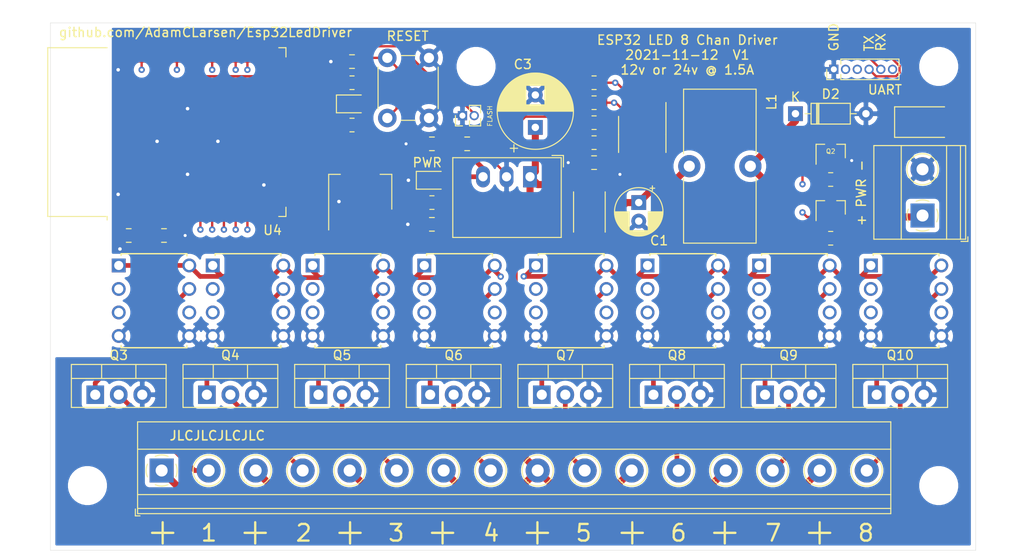
<source format=kicad_pcb>
(kicad_pcb (version 20171130) (host pcbnew "(5.1.10)-1")
  (title_block (title "LED Driver") (date 2021-11-08))
  (layers (0 F.SigPwr signal) (1 In1.Ground power) (2 In2.Jump signal) (31 B.Ground power) (35 F.Paste user hide) (37 F.SilkS user) (39 F.Mask user) (44 Edge.Cuts user))
  (net 0 "")
  (net 1 GND)
  (net 2 +3V3)
  (net 3 +24V)
  (net 4 +5V)
  (net 5 /ESP32/~RESET)
  (net 6 "Net-(D1-Pad1)")
  (net 7 /Z8-)
  (net 8 /Z7-)
  (net 9 /Z6-)
  (net 10 /Z5-)
  (net 11 /Z4-)
  (net 12 /Z3-)
  (net 13 /Z2-)
  (net 14 /Z1-)
  (net 15 /ESP32/UART_RX)
  (net 16 /ESP32/UART_TX)
  (net 17 /ESP32/~FLASH)
  (net 18 "Net-(Q1-Pad1)")
  (net 19 "Net-(Q3-Pad1)")
  (net 20 "Net-(Q4-Pad1)")
  (net 21 "Net-(Q5-Pad1)")
  (net 22 "Net-(Q6-Pad1)")
  (net 23 "Net-(Q7-Pad1)")
  (net 24 "Net-(Q8-Pad1)")
  (net 25 "Net-(Q9-Pad1)")
  (net 26 "Net-(Q10-Pad1)")
  (net 27 SDA)
  (net 28 SCL)
  (net 29 "Net-(R6-Pad2)")
  (net 30 "Net-(R7-Pad2)")
  (net 31 "Net-(R10-Pad1)")
  (net 32 /Z1)
  (net 33 /Z2)
  (net 34 /Z3)
  (net 35 /Z4)
  (net 36 /Z5)
  (net 37 /Z6)
  (net 38 /Z7)
  (net 39 /Z8)
  (net 40 /+24V_RAW)
  (net 41 "Net-(LED1-Pad2)")
  (net 42 "Net-(LED2-Pad1)")
  (net 43 +24V_IN)
  (net 44 +24V_SW)
  (module Diode_THT:D_DO-35_SOD27_P7.62mm_Horizontal (layer F.SigPwr) (at 124.51416 71.80762)
    (fp_text reference D2 (at 3.81 -2.12) (layer F.SilkS))
    (fp_text value "D_Zener 25v")
    (fp_text user K (at 0 -1.8) (layer F.SilkS))
    (pad 2 thru_hole oval (at 7.62 0) (size 1.6 1.6) (drill 0.8) (layers *.Cu *.Mask) (net 1 GND))
    (pad 1 thru_hole rect (at 0 0) (size 1.6 1.6) (drill 0.8) (layers *.Cu *.Mask) (net 44 +24V_SW))
  )
  (module Package_TO_SOT_SMD:SOT-23 (layer F.SigPwr) (at 128.32416 75.87162 90)
    (fp_text reference Q2 (at 0 0 180) (layer F.SilkS) (effects (font (size 0.5 0.5) (thickness 0.075))))
    (fp_text value S8050)
    (pad 3 smd rect (at 1 0 90) (size 0.9 0.8) (layers F.SigPwr F.Paste F.Mask) (net 18 "Net-(Q1-Pad1)"))
    (pad 2 smd rect (at -1 0.95 90) (size 0.9 0.8) (layers F.SigPwr F.Paste F.Mask) (net 1 GND))
    (pad 1 smd rect (at -1 -0.95 90) (size 0.9 0.8) (layers F.SigPwr F.Paste F.Mask) (net 6 "Net-(D1-Pad1)"))
  )
  (module Package_TO_SOT_SMD:SOT-23 (layer F.SigPwr) (at 128.32416 81.96762 90)
    (fp_text reference Q1 hide)
    (fp_text value "PMOS 30V")
    (pad 3 smd rect (at 1 0 90) (size 0.9 0.8) (layers F.SigPwr F.Paste F.Mask) (net 44 +24V_SW))
    (pad 2 smd rect (at -1 0.95 90) (size 0.9 0.8) (layers F.SigPwr F.Paste F.Mask) (net 40 /+24V_RAW))
    (pad 1 smd rect (at -1 -0.95 90) (size 0.9 0.8) (layers F.SigPwr F.Paste F.Mask) (net 18 "Net-(Q1-Pad1)"))
  )
  (module Package_SO:SOIC-8_3.9x4.9mm_P1.27mm (layer F.SigPwr) (at 107.96016 74.04862 270)
    (fp_text reference U1 hide)
    (fp_text value INA219AxD)
    (pad 8 smd roundrect (at 2.475 -1.905 270) (size 1.95 0.6) (layers F.SigPwr F.Paste F.Mask) (net 43 +24V_IN))
    (pad 7 smd roundrect (at 2.475 -0.635 270) (size 1.95 0.6) (layers F.SigPwr F.Paste F.Mask) (net 3 +24V))
    (pad 6 smd roundrect (at 2.475 0.635 270) (size 1.95 0.6) (layers F.SigPwr F.Paste F.Mask) (net 1 GND))
    (pad 5 smd roundrect (at 2.475 1.905 270) (size 1.95 0.6) (layers F.SigPwr F.Paste F.Mask) (net 2 +3V3))
    (pad 4 smd roundrect (at -2.475 1.905 270) (size 1.95 0.6) (layers F.SigPwr F.Paste F.Mask) (net 28 SCL))
    (pad 3 smd roundrect (at -2.475 0.635 270) (size 1.95 0.6) (layers F.SigPwr F.Paste F.Mask) (net 27 SDA))
    (pad 2 smd roundrect (at -2.475 -0.635 270) (size 1.95 0.6) (layers F.SigPwr F.Paste F.Mask) (net 30 "Net-(R7-Pad2)"))
    (pad 1 smd roundrect (at -2.475 -1.905 270) (size 1.95 0.6) (layers F.SigPwr F.Paste F.Mask) (net 29 "Net-(R6-Pad2)"))
  )
  (module Resistor_SMD:R_0805_2012Metric (layer F.SigPwr) (at 76.59116 73.03262)
    (fp_text reference R10 hide)
    (fp_text value 200)
    (pad 2 smd roundrect (at 0.9125 0) (size 1.025 1.4) (layers F.SigPwr F.Paste F.Mask) (roundrect_rratio 0.2439014634146341) (net 42 "Net-(LED2-Pad1)"))
    (pad 1 smd roundrect (at -0.9125 0) (size 1.025 1.4) (layers F.SigPwr F.Paste F.Mask) (roundrect_rratio 0.2439014634146341) (net 31 "Net-(R10-Pad1)"))
  )
  (module Resistor_SMD:R_0805_2012Metric (layer F.SigPwr) (at 76.59116 68.46062 180)
    (fp_text reference R9 hide)
    (fp_text value 10K)
    (pad 2 smd roundrect (at 0.9125 0 180) (size 1.025 1.4) (layers F.SigPwr F.Paste F.Mask) (roundrect_rratio 0.2439014634146341) (net 5 /ESP32/~RESET))
    (pad 1 smd roundrect (at -0.9125 0 180) (size 1.025 1.4) (layers F.SigPwr F.Paste F.Mask) (roundrect_rratio 0.2439014634146341) (net 2 +3V3))
  )
  (module Resistor_SMD:R_0805_2012Metric (layer F.SigPwr) (at 85.22716 81.41462 180)
    (fp_text reference R8 hide)
    (fp_text value 1K)
    (pad 2 smd roundrect (at 0.9125 0 180) (size 1.025 1.4) (layers F.SigPwr F.Paste F.Mask) (roundrect_rratio 0.2439014634146341) (net 41 "Net-(LED1-Pad2)"))
    (pad 1 smd roundrect (at -0.9125 0 180) (size 1.025 1.4) (layers F.SigPwr F.Paste F.Mask) (roundrect_rratio 0.2439014634146341) (net 4 +5V))
  )
  (module Resistor_SMD:R_0805_2012Metric (layer F.SigPwr) (at 102.75316 72.77862)
    (fp_text reference R7 hide)
    (fp_text value 10K hide)
    (pad 2 smd roundrect (at 0.9125 0) (size 1.025 1.4) (layers F.SigPwr F.Paste F.Mask) (roundrect_rratio 0.2439014634146341) (net 30 "Net-(R7-Pad2)"))
    (pad 1 smd roundrect (at -0.9125 0) (size 1.025 1.4) (layers F.SigPwr F.Paste F.Mask) (roundrect_rratio 0.2439014634146341) (net 2 +3V3))
  )
  (module Resistor_SMD:R_0805_2012Metric (layer F.SigPwr) (at 102.75316 74.93762)
    (fp_text reference R6 hide)
    (fp_text value 10K hide)
    (pad 2 smd roundrect (at 0.9125 0) (size 1.025 1.4) (layers F.SigPwr F.Paste F.Mask) (roundrect_rratio 0.2439014634146341) (net 29 "Net-(R6-Pad2)"))
    (pad 1 smd roundrect (at -0.9125 0) (size 1.025 1.4) (layers F.SigPwr F.Paste F.Mask) (roundrect_rratio 0.2439014634146341) (net 2 +3V3))
  )
  (module Resistor_SMD:R_0805_2012Metric (layer F.SigPwr) (at 102.75316 70.61962)
    (fp_text reference R5 hide)
    (fp_text value 10K hide)
    (pad 2 smd roundrect (at 0.9125 0) (size 1.025 1.4) (layers F.SigPwr F.Paste F.Mask) (roundrect_rratio 0.2439014634146341) (net 28 SCL))
    (pad 1 smd roundrect (at -0.9125 0) (size 1.025 1.4) (layers F.SigPwr F.Paste F.Mask) (roundrect_rratio 0.2439014634146341) (net 2 +3V3))
  )
  (module Resistor_SMD:R_0805_2012Metric (layer F.SigPwr) (at 102.75316 68.46062)
    (fp_text reference R4 hide)
    (fp_text value 10K)
    (pad 2 smd roundrect (at 0.9125 0) (size 1.025 1.4) (layers F.SigPwr F.Paste F.Mask) (roundrect_rratio 0.2439014634146341) (net 27 SDA))
    (pad 1 smd roundrect (at -0.9125 0) (size 1.025 1.4) (layers F.SigPwr F.Paste F.Mask) (roundrect_rratio 0.2439014634146341) (net 2 +3V3))
  )
  (module Resistor_SMD:R_0805_2012Metric (layer F.SigPwr) (at 128.32416 78.91962)
    (fp_text reference R2 hide)
    (fp_text value 10K)
    (pad 2 smd roundrect (at 0.9125 0) (size 1.025 1.4) (layers F.SigPwr F.Paste F.Mask) (roundrect_rratio 0.2439014634146341) (net 6 "Net-(D1-Pad1)"))
    (pad 1 smd roundrect (at -0.9125 0) (size 1.025 1.4) (layers F.SigPwr F.Paste F.Mask) (roundrect_rratio 0.2439014634146341) (net 44 +24V_SW))
  )
  (module Resistor_SMD:R_0805_2012Metric (layer F.SigPwr) (at 128.32416 85.26962 180)
    (fp_text reference R1 hide)
    (fp_text value 10K)
    (pad 2 smd roundrect (at 0.9125 0 180) (size 1.025 1.4) (layers F.SigPwr F.Paste F.Mask) (roundrect_rratio 0.2439014634146341) (net 18 "Net-(Q1-Pad1)"))
    (pad 1 smd roundrect (at -0.9125 0 180) (size 1.025 1.4) (layers F.SigPwr F.Paste F.Mask) (roundrect_rratio 0.2439014634146341) (net 40 /+24V_RAW))
  )
  (module TC4420CPA:DIP254P762X533-8 (layer F.SigPwr) (at 92.02166 95.82912)
    (fp_text reference U8 hide)
    (fp_text value TC4420CPA)
    (pad 8 thru_hole circle (at 0 -7.62) (size 1.4986 1.4986) (drill 0.9906) (layers *.Cu *.Mask) (net 4 +5V))
    (pad 7 thru_hole circle (at 0 -5.08) (size 1.4986 1.4986) (drill 0.9906) (layers *.Cu *.Mask) (net 22 "Net-(Q6-Pad1)"))
    (pad 6 thru_hole circle (at 0 -2.54) (size 1.4986 1.4986) (drill 0.9906) (layers *.Cu *.Mask))
    (pad 5 thru_hole circle (at 0 0) (size 1.4986 1.4986) (drill 0.9906) (layers *.Cu *.Mask) (net 1 GND))
    (pad 4 thru_hole circle (at -7.62 0) (size 1.4986 1.4986) (drill 0.9906) (layers *.Cu *.Mask) (net 1 GND))
    (pad 3 thru_hole circle (at -7.62 -2.54) (size 1.4986 1.4986) (drill 0.9906) (layers *.Cu *.Mask))
    (pad 2 thru_hole circle (at -7.62 -5.08) (size 1.4986 1.4986) (drill 0.9906) (layers *.Cu *.Mask) (net 35 /Z4))
    (pad 1 thru_hole rect (at -7.62 -7.62) (size 1.4986 1.4986) (drill 0.9906) (layers *.Cu *.Mask) (net 4 +5V))
  )
  (module Capacitor_THT:CP_Radial_D8.0mm_P3.50mm (layer F.SigPwr) (at 96.40316 73.28662 90)
    (fp_text reference C3 (at 6.813 -1.353 180) (layer F.SilkS))
    (fp_text value 330uF)
    (pad 2 thru_hole circle (at 3.5 0 90) (size 1.6 1.6) (drill 0.8) (layers *.Cu *.Mask) (net 1 GND))
    (pad 1 thru_hole rect (at 0 0 90) (size 1.6 1.6) (drill 0.8) (layers *.Cu *.Mask) (net 3 +24V))
  )
  (module RF_Module:ESP32-WROOM-32 (layer F.SigPwr) (at 59.57316 73.79462 90)
    (fp_text reference U4 (at -10.61 8.43) (layer F.SilkS))
    (fp_text value ESP32-WROOM-32)
    (pad 38 smd rect (at 8.5 -8.255 90) (size 2 0.9) (layers F.SigPwr F.Paste F.Mask) (net 1 GND))
    (pad 37 smd rect (at 8.5 -6.985 90) (size 2 0.9) (layers F.SigPwr F.Paste F.Mask))
    (pad 36 smd rect (at 8.5 -5.715 90) (size 2 0.9) (layers F.SigPwr F.Paste F.Mask) (net 28 SCL))
    (pad 35 smd rect (at 8.5 -4.445 90) (size 2 0.9) (layers F.SigPwr F.Paste F.Mask) (net 16 /ESP32/UART_TX))
    (pad 34 smd rect (at 8.5 -3.175 90) (size 2 0.9) (layers F.SigPwr F.Paste F.Mask) (net 15 /ESP32/UART_RX))
    (pad 33 smd rect (at 8.5 -1.905 90) (size 2 0.9) (layers F.SigPwr F.Paste F.Mask) (net 27 SDA))
    (pad 32 smd rect (at 8.5 -0.635 90) (size 2 0.9) (layers F.SigPwr F.Paste F.Mask))
    (pad 31 smd rect (at 8.5 0.635 90) (size 2 0.9) (layers F.SigPwr F.Paste F.Mask))
    (pad 30 smd rect (at 8.5 1.905 90) (size 2 0.9) (layers F.SigPwr F.Paste F.Mask) (net 37 /Z6))
    (pad 29 smd rect (at 8.5 3.175 90) (size 2 0.9) (layers F.SigPwr F.Paste F.Mask))
    (pad 28 smd rect (at 8.5 4.445 90) (size 2 0.9) (layers F.SigPwr F.Paste F.Mask) (net 38 /Z7))
    (pad 27 smd rect (at 8.5 5.715 90) (size 2 0.9) (layers F.SigPwr F.Paste F.Mask) (net 39 /Z8))
    (pad 26 smd rect (at 8.5 6.985 90) (size 2 0.9) (layers F.SigPwr F.Paste F.Mask))
    (pad 25 smd rect (at 8.5 8.255 90) (size 2 0.9) (layers F.SigPwr F.Paste F.Mask) (net 17 /ESP32/~FLASH))
    (pad 24 smd rect (at 5.715 9.255 180) (size 2 0.9) (layers F.SigPwr F.Paste F.Mask))
    (pad 23 smd rect (at 4.445 9.255 180) (size 2 0.9) (layers F.SigPwr F.Paste F.Mask))
    (pad 22 smd rect (at 3.175 9.255 180) (size 2 0.9) (layers F.SigPwr F.Paste F.Mask))
    (pad 21 smd rect (at 1.905 9.255 180) (size 2 0.9) (layers F.SigPwr F.Paste F.Mask))
    (pad 20 smd rect (at 0.635 9.255 180) (size 2 0.9) (layers F.SigPwr F.Paste F.Mask))
    (pad 19 smd rect (at -0.635 9.255 180) (size 2 0.9) (layers F.SigPwr F.Paste F.Mask))
    (pad 18 smd rect (at -1.905 9.255 180) (size 2 0.9) (layers F.SigPwr F.Paste F.Mask))
    (pad 17 smd rect (at -3.175 9.255 180) (size 2 0.9) (layers F.SigPwr F.Paste F.Mask))
    (pad 16 smd rect (at -4.445 9.255 180) (size 2 0.9) (layers F.SigPwr F.Paste F.Mask) (net 31 "Net-(R10-Pad1)"))
    (pad 15 smd rect (at -5.715 9.255 180) (size 2 0.9) (layers F.SigPwr F.Paste F.Mask) (net 1 GND))
    (pad 14 smd rect (at -8.5 8.255 90) (size 2 0.9) (layers F.SigPwr F.Paste F.Mask))
    (pad 13 smd rect (at -8.5 6.985 90) (size 2 0.9) (layers F.SigPwr F.Paste F.Mask))
    (pad 12 smd rect (at -8.5 5.715 90) (size 2 0.9) (layers F.SigPwr F.Paste F.Mask) (net 36 /Z5))
    (pad 11 smd rect (at -8.5 4.445 90) (size 2 0.9) (layers F.SigPwr F.Paste F.Mask) (net 35 /Z4))
    (pad 10 smd rect (at -8.5 3.175 90) (size 2 0.9) (layers F.SigPwr F.Paste F.Mask) (net 34 /Z3))
    (pad 9 smd rect (at -8.5 1.905 90) (size 2 0.9) (layers F.SigPwr F.Paste F.Mask) (net 33 /Z2))
    (pad 8 smd rect (at -8.5 0.635 90) (size 2 0.9) (layers F.SigPwr F.Paste F.Mask) (net 32 /Z1))
    (pad 7 smd rect (at -8.5 -0.635 90) (size 2 0.9) (layers F.SigPwr F.Paste F.Mask))
    (pad 6 smd rect (at -8.5 -1.905 90) (size 2 0.9) (layers F.SigPwr F.Paste F.Mask))
    (pad 5 smd rect (at -8.5 -3.175 90) (size 2 0.9) (layers F.SigPwr F.Paste F.Mask))
    (pad 4 smd rect (at -8.5 -4.445 90) (size 2 0.9) (layers F.SigPwr F.Paste F.Mask))
    (pad 3 smd rect (at -8.5 -5.715 90) (size 2 0.9) (layers F.SigPwr F.Paste F.Mask) (net 5 /ESP32/~RESET))
    (pad 2 smd rect (at -8.5 -6.985 90) (size 2 0.9) (layers F.SigPwr F.Paste F.Mask) (net 2 +3V3))
    (pad 1 smd rect (at -8.5 -8.255 90) (size 2 0.9) (layers F.SigPwr F.Paste F.Mask) (net 1 GND))
    (pad 39 smd rect (at -1 -0.755 90) (size 5 5) (layers F.SigPwr F.Paste F.Mask) (net 1 GND))
  )
  (module MountingHole:MountingHole_3.2mm_M3 (layer F.SigPwr) (at 140 66.7)
    (fp_text reference H4 hide)
    (fp_text value MountingHole)
    (pad 1 np_thru_hole circle (at 0 0) (size 3.2 3.2) (drill 3.2) (layers *.Cu *.Mask))
  )
  (module MountingHole:MountingHole_3.2mm_M3 (layer F.SigPwr) (at 90 66.7 90)
    (fp_text reference H3 hide)
    (fp_text value MountingHole)
    (pad 1 np_thru_hole circle (at 0 0 90) (size 3.2 3.2) (drill 3.2) (layers *.Cu *.Mask))
  )
  (module MountingHole:MountingHole_3.2mm_M3 (layer F.SigPwr) (at 140 112 90)
    (fp_text reference H2 hide)
    (fp_text value MountingHole)
    (pad 1 np_thru_hole circle (at 0 0 90) (size 3.2 3.2) (drill 3.2) (layers *.Cu *.Mask))
  )
  (module MountingHole:MountingHole_3.2mm_M3 (layer F.SigPwr) (at 48 112 90)
    (fp_text reference H1 hide)
    (fp_text value MountingHole)
    (pad 1 np_thru_hole circle (at 0 0 90) (size 3.2 3.2) (drill 3.2) (layers *.Cu *.Mask))
  )
  (module TC4420CPA:DIP254P762X533-8 (layer F.SigPwr) (at 140.28166 95.82912)
    (fp_text reference U12 hide)
    (fp_text value TC4420CPA)
    (pad 8 thru_hole circle (at 0 -7.62) (size 1.4986 1.4986) (drill 0.9906) (layers *.Cu *.Mask) (net 4 +5V))
    (pad 7 thru_hole circle (at 0 -5.08) (size 1.4986 1.4986) (drill 0.9906) (layers *.Cu *.Mask) (net 26 "Net-(Q10-Pad1)"))
    (pad 6 thru_hole circle (at 0 -2.54) (size 1.4986 1.4986) (drill 0.9906) (layers *.Cu *.Mask))
    (pad 5 thru_hole circle (at 0 0) (size 1.4986 1.4986) (drill 0.9906) (layers *.Cu *.Mask) (net 1 GND))
    (pad 4 thru_hole circle (at -7.62 0) (size 1.4986 1.4986) (drill 0.9906) (layers *.Cu *.Mask) (net 1 GND))
    (pad 3 thru_hole circle (at -7.62 -2.54) (size 1.4986 1.4986) (drill 0.9906) (layers *.Cu *.Mask))
    (pad 2 thru_hole circle (at -7.62 -5.08) (size 1.4986 1.4986) (drill 0.9906) (layers *.Cu *.Mask) (net 39 /Z8))
    (pad 1 thru_hole rect (at -7.62 -7.62) (size 1.4986 1.4986) (drill 0.9906) (layers *.Cu *.Mask) (net 4 +5V))
  )
  (module TC4420CPA:DIP254P762X533-8 (layer F.SigPwr) (at 128.21666 95.82912)
    (fp_text reference U11 hide)
    (fp_text value TC4420CPA)
    (pad 8 thru_hole circle (at 0 -7.62) (size 1.4986 1.4986) (drill 0.9906) (layers *.Cu *.Mask) (net 4 +5V))
    (pad 7 thru_hole circle (at 0 -5.08) (size 1.4986 1.4986) (drill 0.9906) (layers *.Cu *.Mask) (net 25 "Net-(Q9-Pad1)"))
    (pad 6 thru_hole circle (at 0 -2.54) (size 1.4986 1.4986) (drill 0.9906) (layers *.Cu *.Mask))
    (pad 5 thru_hole circle (at 0 0) (size 1.4986 1.4986) (drill 0.9906) (layers *.Cu *.Mask) (net 1 GND))
    (pad 4 thru_hole circle (at -7.62 0) (size 1.4986 1.4986) (drill 0.9906) (layers *.Cu *.Mask) (net 1 GND))
    (pad 3 thru_hole circle (at -7.62 -2.54) (size 1.4986 1.4986) (drill 0.9906) (layers *.Cu *.Mask))
    (pad 2 thru_hole circle (at -7.62 -5.08) (size 1.4986 1.4986) (drill 0.9906) (layers *.Cu *.Mask) (net 38 /Z7))
    (pad 1 thru_hole rect (at -7.62 -7.62) (size 1.4986 1.4986) (drill 0.9906) (layers *.Cu *.Mask) (net 4 +5V))
  )
  (module TC4420CPA:DIP254P762X533-8 (layer F.SigPwr) (at 116.15166 95.82912)
    (fp_text reference U10 hide)
    (fp_text value TC4420CPA)
    (pad 8 thru_hole circle (at 0 -7.62) (size 1.4986 1.4986) (drill 0.9906) (layers *.Cu *.Mask) (net 4 +5V))
    (pad 7 thru_hole circle (at 0 -5.08) (size 1.4986 1.4986) (drill 0.9906) (layers *.Cu *.Mask) (net 24 "Net-(Q8-Pad1)"))
    (pad 6 thru_hole circle (at 0 -2.54) (size 1.4986 1.4986) (drill 0.9906) (layers *.Cu *.Mask))
    (pad 5 thru_hole circle (at 0 0) (size 1.4986 1.4986) (drill 0.9906) (layers *.Cu *.Mask) (net 1 GND))
    (pad 4 thru_hole circle (at -7.62 0) (size 1.4986 1.4986) (drill 0.9906) (layers *.Cu *.Mask) (net 1 GND))
    (pad 3 thru_hole circle (at -7.62 -2.54) (size 1.4986 1.4986) (drill 0.9906) (layers *.Cu *.Mask))
    (pad 2 thru_hole circle (at -7.62 -5.08) (size 1.4986 1.4986) (drill 0.9906) (layers *.Cu *.Mask) (net 37 /Z6))
    (pad 1 thru_hole rect (at -7.62 -7.62) (size 1.4986 1.4986) (drill 0.9906) (layers *.Cu *.Mask) (net 4 +5V))
  )
  (module TC4420CPA:DIP254P762X533-8 (layer F.SigPwr) (at 104.08666 95.82912)
    (fp_text reference U9 hide)
    (fp_text value TC4420CPA)
    (pad 8 thru_hole circle (at 0 -7.62) (size 1.4986 1.4986) (drill 0.9906) (layers *.Cu *.Mask) (net 4 +5V))
    (pad 7 thru_hole circle (at 0 -5.08) (size 1.4986 1.4986) (drill 0.9906) (layers *.Cu *.Mask) (net 23 "Net-(Q7-Pad1)"))
    (pad 6 thru_hole circle (at 0 -2.54) (size 1.4986 1.4986) (drill 0.9906) (layers *.Cu *.Mask))
    (pad 5 thru_hole circle (at 0 0) (size 1.4986 1.4986) (drill 0.9906) (layers *.Cu *.Mask) (net 1 GND))
    (pad 4 thru_hole circle (at -7.62 0) (size 1.4986 1.4986) (drill 0.9906) (layers *.Cu *.Mask) (net 1 GND))
    (pad 3 thru_hole circle (at -7.62 -2.54) (size 1.4986 1.4986) (drill 0.9906) (layers *.Cu *.Mask))
    (pad 2 thru_hole circle (at -7.62 -5.08) (size 1.4986 1.4986) (drill 0.9906) (layers *.Cu *.Mask) (net 36 /Z5))
    (pad 1 thru_hole rect (at -7.62 -7.62) (size 1.4986 1.4986) (drill 0.9906) (layers *.Cu *.Mask) (net 4 +5V))
  )
  (module TC4420CPA:DIP254P762X533-8 (layer F.SigPwr) (at 79.95666 95.82912)
    (fp_text reference U7 hide)
    (fp_text value TC4420CPA)
    (pad 8 thru_hole circle (at 0 -7.62) (size 1.4986 1.4986) (drill 0.9906) (layers *.Cu *.Mask) (net 4 +5V))
    (pad 7 thru_hole circle (at 0 -5.08) (size 1.4986 1.4986) (drill 0.9906) (layers *.Cu *.Mask) (net 21 "Net-(Q5-Pad1)"))
    (pad 6 thru_hole circle (at 0 -2.54) (size 1.4986 1.4986) (drill 0.9906) (layers *.Cu *.Mask))
    (pad 5 thru_hole circle (at 0 0) (size 1.4986 1.4986) (drill 0.9906) (layers *.Cu *.Mask) (net 1 GND))
    (pad 4 thru_hole circle (at -7.62 0) (size 1.4986 1.4986) (drill 0.9906) (layers *.Cu *.Mask) (net 1 GND))
    (pad 3 thru_hole circle (at -7.62 -2.54) (size 1.4986 1.4986) (drill 0.9906) (layers *.Cu *.Mask))
    (pad 2 thru_hole circle (at -7.62 -5.08) (size 1.4986 1.4986) (drill 0.9906) (layers *.Cu *.Mask) (net 34 /Z3))
    (pad 1 thru_hole rect (at -7.62 -7.62) (size 1.4986 1.4986) (drill 0.9906) (layers *.Cu *.Mask) (net 4 +5V))
  )
  (module TC4420CPA:DIP254P762X533-8 (layer F.SigPwr) (at 69.16166 95.82912)
    (fp_text reference U6 hide)
    (fp_text value TC4420CPA)
    (pad 8 thru_hole circle (at 0 -7.62) (size 1.4986 1.4986) (drill 0.9906) (layers *.Cu *.Mask) (net 4 +5V))
    (pad 7 thru_hole circle (at 0 -5.08) (size 1.4986 1.4986) (drill 0.9906) (layers *.Cu *.Mask) (net 20 "Net-(Q4-Pad1)"))
    (pad 6 thru_hole circle (at 0 -2.54) (size 1.4986 1.4986) (drill 0.9906) (layers *.Cu *.Mask))
    (pad 5 thru_hole circle (at 0 0) (size 1.4986 1.4986) (drill 0.9906) (layers *.Cu *.Mask) (net 1 GND))
    (pad 4 thru_hole circle (at -7.62 0) (size 1.4986 1.4986) (drill 0.9906) (layers *.Cu *.Mask) (net 1 GND))
    (pad 3 thru_hole circle (at -7.62 -2.54) (size 1.4986 1.4986) (drill 0.9906) (layers *.Cu *.Mask))
    (pad 2 thru_hole circle (at -7.62 -5.08) (size 1.4986 1.4986) (drill 0.9906) (layers *.Cu *.Mask) (net 33 /Z2))
    (pad 1 thru_hole rect (at -7.62 -7.62) (size 1.4986 1.4986) (drill 0.9906) (layers *.Cu *.Mask) (net 4 +5V))
  )
  (module TC4420CPA:DIP254P762X533-8 (layer F.SigPwr) (at 59.00166 95.82912)
    (fp_text reference U5 hide)
    (fp_text value TC4420CPA)
    (pad 8 thru_hole circle (at 0 -7.62) (size 1.4986 1.4986) (drill 0.9906) (layers *.Cu *.Mask) (net 4 +5V))
    (pad 7 thru_hole circle (at 0 -5.08) (size 1.4986 1.4986) (drill 0.9906) (layers *.Cu *.Mask) (net 19 "Net-(Q3-Pad1)"))
    (pad 6 thru_hole circle (at 0 -2.54) (size 1.4986 1.4986) (drill 0.9906) (layers *.Cu *.Mask))
    (pad 5 thru_hole circle (at 0 0) (size 1.4986 1.4986) (drill 0.9906) (layers *.Cu *.Mask) (net 1 GND))
    (pad 4 thru_hole circle (at -7.62 0) (size 1.4986 1.4986) (drill 0.9906) (layers *.Cu *.Mask) (net 1 GND))
    (pad 3 thru_hole circle (at -7.62 -2.54) (size 1.4986 1.4986) (drill 0.9906) (layers *.Cu *.Mask))
    (pad 2 thru_hole circle (at -7.62 -5.08) (size 1.4986 1.4986) (drill 0.9906) (layers *.Cu *.Mask) (net 32 /Z1))
    (pad 1 thru_hole rect (at -7.62 -7.62) (size 1.4986 1.4986) (drill 0.9906) (layers *.Cu *.Mask) (net 4 +5V))
  )
  (module Package_TO_SOT_SMD:SOT-223-3_TabPin2 (layer F.SigPwr) (at 77.48016 80.27162 90)
    (fp_text reference U3 hide)
    (fp_text value AMS1117-3.3)
    (pad 1 smd rect (at -3.15 -2.3 90) (size 2 1.5) (layers F.SigPwr F.Paste F.Mask) (net 1 GND))
    (pad 3 smd rect (at -3.15 2.3 90) (size 2 1.5) (layers F.SigPwr F.Paste F.Mask) (net 4 +5V))
    (pad 2 smd rect (at -3.15 0 90) (size 2 1.5) (layers F.SigPwr F.Paste F.Mask) (net 2 +3V3))
    (pad 2 smd rect (at 3.15 0 90) (size 2 3.8) (layers F.SigPwr F.Paste F.Mask) (net 2 +3V3))
  )
  (module Converter_DCDC:Converter_DCDC_RECOM_R-78E-0.5_THT (layer F.SigPwr) (at 95.83166 78.62062 180)
    (fp_text reference U2 hide)
    (fp_text value R-78C5.0-1.0)
    (pad 3 thru_hole oval (at 5.08 0 180) (size 1.5 2.3) (drill 1) (layers *.Cu *.Mask) (net 4 +5V))
    (pad 2 thru_hole oval (at 2.54 0 180) (size 1.5 2.3) (drill 1) (layers *.Cu *.Mask) (net 1 GND))
    (pad 1 thru_hole rect (at 0 0 180) (size 1.5 2.3) (drill 1) (layers *.Cu *.Mask) (net 3 +24V))
  )
  (module Button_Switch_THT:SW_PUSH_6mm (layer F.SigPwr) (at 84.90712 65.7733 270)
    (fp_text reference SW1 hide)
    (fp_text value RESET)
    (pad 1 thru_hole circle (at 6.5 0) (size 2 2) (drill 1.1) (layers *.Cu *.Mask) (net 1 GND))
    (pad 2 thru_hole circle (at 6.5 4.5) (size 2 2) (drill 1.1) (layers *.Cu *.Mask) (net 5 /ESP32/~RESET))
    (pad 1 thru_hole circle (at 0 0) (size 2 2) (drill 1.1) (layers *.Cu *.Mask) (net 1 GND))
    (pad 2 thru_hole circle (at 0 4.5) (size 2 2) (drill 1.1) (layers *.Cu *.Mask) (net 5 /ESP32/~RESET))
  )
  (module Resistor_SMD:R_2512_6332Metric (layer F.SigPwr) (at 102.24516 82.43062 270)
    (fp_text reference R3 hide)
    (fp_text value "0.1Ω 1% 1W")
    (pad 2 smd roundrect (at 2.9625 0 270) (size 1.225 3.35) (layers F.SigPwr F.Paste F.Mask) (roundrect_rratio 0.2040808163265306) (net 43 +24V_IN))
    (pad 1 smd roundrect (at -2.9625 0 270) (size 1.225 3.35) (layers F.SigPwr F.Paste F.Mask) (roundrect_rratio 0.2040808163265306) (net 3 +24V))
  )
  (module Package_TO_SOT_THT:TO-220-3_Vertical (layer F.SigPwr) (at 133.29666 102.17912)
    (fp_text reference Q10 (at 2.54 -4.27) (layer F.SilkS))
    (fp_text value Q_NMOS_GDS)
    (pad 3 thru_hole oval (at 5.08 0) (size 1.905 2) (drill 1.1) (layers *.Cu *.Mask) (net 1 GND))
    (pad 2 thru_hole oval (at 2.54 0) (size 1.905 2) (drill 1.1) (layers *.Cu *.Mask) (net 7 /Z8-))
    (pad 1 thru_hole rect (at 0 0) (size 1.905 2) (drill 1.1) (layers *.Cu *.Mask) (net 26 "Net-(Q10-Pad1)"))
  )
  (module Package_TO_SOT_THT:TO-220-3_Vertical (layer F.SigPwr) (at 121.23166 102.17912)
    (fp_text reference Q9 (at 2.54 -4.27) (layer F.SilkS))
    (fp_text value Q_NMOS_GDS)
    (pad 3 thru_hole oval (at 5.08 0) (size 1.905 2) (drill 1.1) (layers *.Cu *.Mask) (net 1 GND))
    (pad 2 thru_hole oval (at 2.54 0) (size 1.905 2) (drill 1.1) (layers *.Cu *.Mask) (net 8 /Z7-))
    (pad 1 thru_hole rect (at 0 0) (size 1.905 2) (drill 1.1) (layers *.Cu *.Mask) (net 25 "Net-(Q9-Pad1)"))
  )
  (module Package_TO_SOT_THT:TO-220-3_Vertical (layer F.SigPwr) (at 109.16666 102.17912)
    (fp_text reference Q8 (at 2.54 -4.27) (layer F.SilkS))
    (fp_text value Q_NMOS_GDS)
    (pad 3 thru_hole oval (at 5.08 0) (size 1.905 2) (drill 1.1) (layers *.Cu *.Mask) (net 1 GND))
    (pad 2 thru_hole oval (at 2.54 0) (size 1.905 2) (drill 1.1) (layers *.Cu *.Mask) (net 9 /Z6-))
    (pad 1 thru_hole rect (at 0 0) (size 1.905 2) (drill 1.1) (layers *.Cu *.Mask) (net 24 "Net-(Q8-Pad1)"))
  )
  (module Package_TO_SOT_THT:TO-220-3_Vertical (layer F.SigPwr) (at 97.10166 102.17912)
    (fp_text reference Q7 (at 2.54 -4.27) (layer F.SilkS))
    (fp_text value Q_NMOS_GDS)
    (pad 3 thru_hole oval (at 5.08 0) (size 1.905 2) (drill 1.1) (layers *.Cu *.Mask) (net 1 GND))
    (pad 2 thru_hole oval (at 2.54 0) (size 1.905 2) (drill 1.1) (layers *.Cu *.Mask) (net 10 /Z5-))
    (pad 1 thru_hole rect (at 0 0) (size 1.905 2) (drill 1.1) (layers *.Cu *.Mask) (net 23 "Net-(Q7-Pad1)"))
  )
  (module Package_TO_SOT_THT:TO-220-3_Vertical (layer F.SigPwr) (at 85.03666 102.17912)
    (fp_text reference Q6 (at 2.54 -4.27) (layer F.SilkS))
    (fp_text value Q_NMOS_GDS)
    (pad 3 thru_hole oval (at 5.08 0) (size 1.905 2) (drill 1.1) (layers *.Cu *.Mask) (net 1 GND))
    (pad 2 thru_hole oval (at 2.54 0) (size 1.905 2) (drill 1.1) (layers *.Cu *.Mask) (net 11 /Z4-))
    (pad 1 thru_hole rect (at 0 0) (size 1.905 2) (drill 1.1) (layers *.Cu *.Mask) (net 22 "Net-(Q6-Pad1)"))
  )
  (module Package_TO_SOT_THT:TO-220-3_Vertical (layer F.SigPwr) (at 72.97166 102.17912)
    (fp_text reference Q5 (at 2.54 -4.27) (layer F.SilkS))
    (fp_text value Q_NMOS_GDS)
    (pad 3 thru_hole oval (at 5.08 0) (size 1.905 2) (drill 1.1) (layers *.Cu *.Mask) (net 1 GND))
    (pad 2 thru_hole oval (at 2.54 0) (size 1.905 2) (drill 1.1) (layers *.Cu *.Mask) (net 12 /Z3-))
    (pad 1 thru_hole rect (at 0 0) (size 1.905 2) (drill 1.1) (layers *.Cu *.Mask) (net 21 "Net-(Q5-Pad1)"))
  )
  (module Package_TO_SOT_THT:TO-220-3_Vertical (layer F.SigPwr) (at 60.90666 102.17912)
    (fp_text reference Q4 (at 2.54 -4.27) (layer F.SilkS))
    (fp_text value Q_NMOS_GDS)
    (pad 3 thru_hole oval (at 5.08 0) (size 1.905 2) (drill 1.1) (layers *.Cu *.Mask) (net 1 GND))
    (pad 2 thru_hole oval (at 2.54 0) (size 1.905 2) (drill 1.1) (layers *.Cu *.Mask) (net 13 /Z2-))
    (pad 1 thru_hole rect (at 0 0) (size 1.905 2) (drill 1.1) (layers *.Cu *.Mask) (net 20 "Net-(Q4-Pad1)"))
  )
  (module Package_TO_SOT_THT:TO-220-3_Vertical (layer F.SigPwr) (at 48.84166 102.17912)
    (fp_text reference Q3 (at 2.54 -4.27) (layer F.SilkS))
    (fp_text value Q_NMOS_GDS)
    (pad 3 thru_hole oval (at 5.08 0) (size 1.905 2) (drill 1.1) (layers *.Cu *.Mask) (net 1 GND))
    (pad 2 thru_hole oval (at 2.54 0) (size 1.905 2) (drill 1.1) (layers *.Cu *.Mask) (net 14 /Z1-))
    (pad 1 thru_hole rect (at 0 0) (size 1.905 2) (drill 1.1) (layers *.Cu *.Mask) (net 19 "Net-(Q3-Pad1)"))
  )
  (module Inductor_THT:L_Toroid_Vertical_L16.4mm_W7.6mm_P6.60mm_Vishay_TJ3 (layer F.SigPwr) (at 119.64416 77.47762 270)
    (fp_text reference L1 (at -6.92912 -2.29108 90) (layer F.SilkS))
    (fp_text value 100uH)
    (pad 2 thru_hole circle (at 0 6.6 270) (size 2.4 2.4) (drill 1.2) (layers *.Cu *.Mask) (net 43 +24V_IN))
    (pad 1 thru_hole circle (at 0 0 270) (size 2.4 2.4) (drill 1.2) (layers *.Cu *.Mask) (net 44 +24V_SW))
  )
  (module Connector_PinHeader_1.27mm:PinHeader_1x02_P1.27mm_Vertical (layer F.SigPwr) (at 88.52916 72.01662 90)
    (fp_text reference JP1 hide)
    (fp_text value FLASH)
    (pad 2 thru_hole oval (at 0 1.27 90) (size 1 1) (drill 0.65) (layers *.Cu *.Mask) (net 17 /ESP32/~FLASH))
    (pad 1 thru_hole rect (at 0 0 90) (size 1 1) (drill 0.65) (layers *.Cu *.Mask) (net 1 GND))
  )
  (module Connector_PinHeader_1.27mm:PinHeader_1x06_P1.27mm_Vertical (layer F.SigPwr) (at 128.66116 67.01282 90)
    (fp_text reference J3 hide)
    (fp_text value UART)
    (pad 6 thru_hole oval (at 0 6.35 90) (size 1 1) (drill 0.65) (layers *.Cu *.Mask))
    (pad 5 thru_hole oval (at 0 5.08 90) (size 1 1) (drill 0.65) (layers *.Cu *.Mask) (net 15 /ESP32/UART_RX))
    (pad 4 thru_hole oval (at 0 3.81 90) (size 1 1) (drill 0.65) (layers *.Cu *.Mask) (net 16 /ESP32/UART_TX))
    (pad 3 thru_hole oval (at 0 2.54 90) (size 1 1) (drill 0.65) (layers *.Cu *.Mask))
    (pad 2 thru_hole oval (at 0 1.27 90) (size 1 1) (drill 0.65) (layers *.Cu *.Mask))
    (pad 1 thru_hole rect (at 0 0 90) (size 1 1) (drill 0.65) (layers *.Cu *.Mask) (net 1 GND))
  )
  (module TerminalBlock_Phoenix:TerminalBlock_Phoenix_MKDS-1,5-16-5.08_1x16_P5.08mm_Horizontal (layer F.SigPwr) (at 56.01716 110.37062)
    (fp_text reference J2 hide)
    (fp_text value "LED Terminal")
    (pad 16 thru_hole circle (at 76.2 0) (size 2.6 2.6) (drill 1.3) (layers *.Cu *.Mask) (net 7 /Z8-))
    (pad 15 thru_hole circle (at 71.12 0) (size 2.6 2.6) (drill 1.3) (layers *.Cu *.Mask) (net 3 +24V))
    (pad 14 thru_hole circle (at 66.04 0) (size 2.6 2.6) (drill 1.3) (layers *.Cu *.Mask) (net 8 /Z7-))
    (pad 13 thru_hole circle (at 60.96 0) (size 2.6 2.6) (drill 1.3) (layers *.Cu *.Mask) (net 3 +24V))
    (pad 12 thru_hole circle (at 55.88 0) (size 2.6 2.6) (drill 1.3) (layers *.Cu *.Mask) (net 9 /Z6-))
    (pad 11 thru_hole circle (at 50.8 0) (size 2.6 2.6) (drill 1.3) (layers *.Cu *.Mask) (net 3 +24V))
    (pad 10 thru_hole circle (at 45.72 0) (size 2.6 2.6) (drill 1.3) (layers *.Cu *.Mask) (net 10 /Z5-))
    (pad 9 thru_hole circle (at 40.64 0) (size 2.6 2.6) (drill 1.3) (layers *.Cu *.Mask) (net 3 +24V))
    (pad 8 thru_hole circle (at 35.56 0) (size 2.6 2.6) (drill 1.3) (layers *.Cu *.Mask) (net 11 /Z4-))
    (pad 7 thru_hole circle (at 30.48 0) (size 2.6 2.6) (drill 1.3) (layers *.Cu *.Mask) (net 3 +24V))
    (pad 6 thru_hole circle (at 25.4 0) (size 2.6 2.6) (drill 1.3) (layers *.Cu *.Mask) (net 12 /Z3-))
    (pad 5 thru_hole circle (at 20.32 0) (size 2.6 2.6) (drill 1.3) (layers *.Cu *.Mask) (net 3 +24V))
    (pad 4 thru_hole circle (at 15.24 0) (size 2.6 2.6) (drill 1.3) (layers *.Cu *.Mask) (net 13 /Z2-))
    (pad 3 thru_hole circle (at 10.16 0) (size 2.6 2.6) (drill 1.3) (layers *.Cu *.Mask) (net 3 +24V))
    (pad 2 thru_hole circle (at 5.08 0) (size 2.6 2.6) (drill 1.3) (layers *.Cu *.Mask) (net 14 /Z1-))
    (pad 1 thru_hole rect (at 0 0) (size 2.6 2.6) (drill 1.3) (layers *.Cu *.Mask) (net 3 +24V))
  )
  (module TerminalBlock_Phoenix:TerminalBlock_Phoenix_MKDS-1,5-2_1x02_P5.00mm_Horizontal (layer F.SigPwr) (at 138.24966 82.81162 90)
    (fp_text reference J1 hide)
    (fp_text value Power)
    (pad 2 thru_hole circle (at 5 0 90) (size 2.6 2.6) (drill 1.3) (layers *.Cu *.Mask) (net 1 GND))
    (pad 1 thru_hole rect (at 0 0 90) (size 2.6 2.6) (drill 1.3) (layers *.Cu *.Mask) (net 40 /+24V_RAW))
  )
  (module LED_SMD:LED_0805_2012Metric (layer F.SigPwr) (at 76.59116 70.74662)
    (fp_text reference LED2 hide)
    (fp_text value IO13_LED)
    (pad 2 smd roundrect (at 0.9375 0) (size 0.975 1.4) (layers F.SigPwr F.Paste F.Mask) (net 2 +3V3))
    (pad 1 smd roundrect (at -0.9375 0) (size 0.975 1.4) (layers F.SigPwr F.Paste F.Mask) (net 42 "Net-(LED2-Pad1)"))
  )
  (module LED_SMD:LED_0805_2012Metric (layer F.SigPwr) (at 85.22716 79.00162)
    (fp_text reference LED1 hide)
    (fp_text value "PWR LED")
    (pad 2 smd roundrect (at 0.9375 0) (size 0.975 1.4) (layers F.SigPwr F.Paste F.Mask) (net 41 "Net-(LED1-Pad2)"))
    (pad 1 smd roundrect (at -0.9375 0) (size 0.975 1.4) (layers F.SigPwr F.Paste F.Mask) (net 1 GND))
  )
  (module Diode_SMD:D_SMA (layer F.SigPwr) (at 138.63066 72.71512)
    (fp_text reference D1 hide)
    (fp_text value D)
    (pad 2 smd rect (at 2 0) (size 2.5 1.8) (layers F.SigPwr F.Paste F.Mask) (net 1 GND))
    (pad 1 smd rect (at -2 0) (size 2.5 1.8) (layers F.SigPwr F.Paste F.Mask) (net 6 "Net-(D1-Pad1)"))
  )
  (module Capacitor_SMD:C_0805_2012Metric (layer F.SigPwr) (at 56.27116 84.97062)
    (fp_text reference C9 hide)
    (fp_text value 10uf)
    (pad 2 smd roundrect (at 0.95 0) (size 1 1.45) (layers F.SigPwr F.Paste F.Mask) (net 1 GND))
    (pad 1 smd roundrect (at -0.95 0) (size 1 1.45) (layers F.SigPwr F.Paste F.Mask) (net 2 +3V3))
  )
  (module Capacitor_SMD:C_0805_2012Metric (layer F.SigPwr) (at 52.46116 84.97062 180)
    (fp_text reference C8 hide)
    (fp_text value 0.1uF)
    (pad 2 smd roundrect (at 0.95 0 180) (size 1 1.45) (layers F.SigPwr F.Paste F.Mask) (net 1 GND))
    (pad 1 smd roundrect (at -0.95 0 180) (size 1 1.45) (layers F.SigPwr F.Paste F.Mask) (net 2 +3V3))
  )
  (module Capacitor_SMD:C_0805_2012Metric (layer F.SigPwr) (at 85.22716 83.76412 180)
    (fp_text reference C7 hide)
    (fp_text value 22uF)
    (pad 2 smd roundrect (at 0.95 0 180) (size 1 1.45) (layers F.SigPwr F.Paste F.Mask) (net 1 GND))
    (pad 1 smd roundrect (at -0.95 0 180) (size 1 1.45) (layers F.SigPwr F.Paste F.Mask) (net 4 +5V))
  )
  (module Capacitor_SMD:C_0805_2012Metric (layer F.SigPwr) (at 76.59116 66.17462 180)
    (fp_text reference C6 hide)
    (fp_text value 0.1uF)
    (pad 2 smd roundrect (at 0.95 0 180) (size 1 1.45) (layers F.SigPwr F.Paste F.Mask) (net 1 GND))
    (pad 1 smd roundrect (at -0.95 0 180) (size 1 1.45) (layers F.SigPwr F.Paste F.Mask) (net 5 /ESP32/~RESET))
  )
  (module Capacitor_SMD:C_0805_2012Metric (layer F.SigPwr) (at 89.03716 75.06462)
    (fp_text reference C5 hide)
    (fp_text value 10pF)
    (pad 2 smd roundrect (at 0.95 0) (size 1 1.45) (layers F.SigPwr F.Paste F.Mask) (net 1 GND))
    (pad 1 smd roundrect (at -0.95 0) (size 1 1.45) (layers F.SigPwr F.Paste F.Mask) (net 4 +5V))
  )
  (module Capacitor_SMD:C_0805_2012Metric (layer F.SigPwr) (at 85.22716 75.06462 180)
    (fp_text reference C4 hide)
    (fp_text value 1uF)
    (pad 2 smd roundrect (at 0.95 0 180) (size 1 1.45) (layers F.SigPwr F.Paste F.Mask) (net 1 GND))
    (pad 1 smd roundrect (at -0.95 0 180) (size 1 1.45) (layers F.SigPwr F.Paste F.Mask) (net 4 +5V))
  )
  (module Capacitor_SMD:C_0805_2012Metric (layer F.SigPwr) (at 102.75316 77.09662 180)
    (fp_text reference C2 hide)
    (fp_text value 0.1uF)
    (pad 2 smd roundrect (at 0.95 0 180) (size 1 1.45) (layers F.SigPwr F.Paste F.Mask) (net 1 GND))
    (pad 1 smd roundrect (at -0.95 0 180) (size 1 1.45) (layers F.SigPwr F.Paste F.Mask) (net 2 +3V3))
  )
  (module Capacitor_THT:CP_Radial_D5.0mm_P2.00mm (layer F.SigPwr) (at 107.57916 81.41462 270)
    (fp_text reference C1 (at 4.109 -2.203 180) (layer F.SilkS))
    (fp_text value 100uF)
    (pad 2 thru_hole circle (at 2 0 270) (size 1.6 1.6) (drill 0.8) (layers *.Cu *.Mask) (net 1 GND))
    (pad 1 thru_hole rect (at 0 0 270) (size 1.6 1.6) (drill 0.8) (layers *.Cu *.Mask) (net 43 +24V_IN))
  )
  (gr_text github.com/AdamCLarsen/Esp32LedDriver (at 60.76016 63.016) (layer F.SilkS) (effects (font (size 1 1) (thickness 0.153))))
  (gr_text JLCJLCJLCJLC (at 62.03016 106.60562) (layer F.SilkS) (effects (font (size 1 1) (thickness 0.17))))
  (gr_text FLASH (at 91.49416 72.06162 90) (layer F.SilkS) (effects (font (size 0.5 0.5) (thickness 0.075))))
  (gr_text RESET (at 82.60416 63.42562) (layer F.SilkS) (effects (font (size 1 1) (thickness 0.153))))
  (gr_text PWR (at 84.71916 77.09662) (layer F.SilkS) (effects (font (size 1 1))))
  (gr_text "ESP32 LED 8 Chan Driver\n2021-11-12  V1\n12v or 24v @ 1.5A" (at 112.83016 65.45762) (layer F.SilkS) (effects (font (size 1 1) (thickness 0.153))))
  (gr_line (start 44 62) (end 144 62) (layer Edge.Cuts) (width 0.0381))
  (gr_text 8 (at 132.12916 117.12262) (layer F.SilkS) (effects (font (size 1.8 1.8) (thickness 0.25))))
  (gr_text "7\n" (at 122.12916 117.12262) (layer F.SilkS) (effects (font (size 1.8 1.8) (thickness 0.25))))
  (gr_text 6 (at 111.87916 117.12262) (layer F.SilkS) (effects (font (size 1.8 1.8) (thickness 0.25))))
  (gr_text 5 (at 101.62916 117.12262) (layer F.SilkS) (effects (font (size 1.8 1.8) (thickness 0.25))))
  (gr_text 4 (at 91.62916 117.12262) (layer F.SilkS) (effects (font (size 1.8 1.8) (thickness 0.25))))
  (gr_text 3 (at 81.37916 117.12262) (layer F.SilkS) (effects (font (size 1.8 1.8) (thickness 0.25))))
  (gr_text "2\n" (at 71.37916 117.12262) (layer F.SilkS) (effects (font (size 1.8 1.8) (thickness 0.25))))
  (gr_text 1 (at 61.12916 117.12262) (layer F.SilkS) (effects (font (size 1.8 1.8) (thickness 0.25))))
  (gr_text + (at 127.12916 116.87262) (layer F.SilkS) (effects (font (size 3 3) (thickness 0.25))))
  (gr_text + (at 116.87916 116.87262) (layer F.SilkS) (effects (font (size 3 3) (thickness 0.25))))
  (gr_text + (at 106.87916 116.87262) (layer F.SilkS) (effects (font (size 3 3) (thickness 0.25))))
  (gr_text + (at 86.37916 116.87262) (layer F.SilkS) (effects (font (size 3 3) (thickness 0.25))))
  (gr_text + (at 96.62916 116.87262) (layer F.SilkS) (effects (font (size 3 3) (thickness 0.25))))
  (gr_text + (at 76.37916 116.87262) (layer F.SilkS) (effects (font (size 3 3) (thickness 0.25))))
  (gr_text + (at 66.12916 116.87262) (layer F.SilkS) (effects (font (size 3 3) (thickness 0.25))))
  (gr_text + (at 56.12916 116.87262) (layer F.SilkS) (effects (font (size 3 3) (thickness 0.25))))
  (gr_text "+ PWR -" (at 131.62916 80.37262 90) (layer F.SilkS) (effects (font (size 1 1) (thickness 0.153))))
  (gr_text UART (at 134.18566 69.22262) (layer F.SilkS) (effects (font (size 1 1) (thickness 0.153))))
  (gr_text RX (at 133.74116 65.15862 90) (layer F.SilkS) (effects (font (size 1 1) (thickness 0.153)) (justify left)))
  (gr_text TX (at 132.47116 65.15862 90) (layer F.SilkS) (effects (font (size 1 1) (thickness 0.153)) (justify left)))
  (gr_text GND (at 128.66116 65.15862 90) (layer F.SilkS) (effects (font (size 1 1) (thickness 0.153)) (justify left)))
  (gr_line (start 44 119) (end 44 62) (layer Edge.Cuts) (width 0.0381))
  (gr_line (start 144 62) (end 144 119) (layer Edge.Cuts) (width 0.0381))
  (gr_line (start 44 119) (end 144 119) (layer Edge.Cuts) (width 0.0381))
  (segment (start 51.67166 84.81012) (end 51.51116 84.97062) (width 0.762) (layer F.SigPwr) (net 1))
  (segment (start 99.95916 77.09662) (end 99.95916 77.09662) (width 0.508) (layer F.SigPwr) (net 1))
  (segment (start 99.95916 77.09662) (end 99.95916 77.09662) (width 0.508) (layer F.SigPwr) (net 1))
  (via (at 99.95916 77.09662) (size 0.6858) (drill 0.3302) (layers F.SigPwr B.Ground) (net 1))
  (segment (start 56.77016 75.57262) (end 58.56416 73.77862) (width 0.508) (layer F.SigPwr) (net 1))
  (segment (start 60.35816 75.57262) (end 58.56416 73.77862) (width 0.508) (layer F.SigPwr) (net 1))
  (segment (start 140.63066 75.43062) (end 138.24966 77.81162) (width 0.508) (layer F.SigPwr) (net 1))
  (segment (start 140.63066 72.71512) (end 140.63066 75.43062) (width 0.508) (layer F.SigPwr) (net 1))
  (segment (start 51.31816 82.29462) (end 51.31816 80.52562) (width 0.508) (layer F.SigPwr) (net 1))
  (segment (start 51.31816 65.29462) (end 51.31816 67.06362) (width 0.508) (layer F.SigPwr) (net 1))
  (segment (start 68.82816 79.50962) (end 67.06616 79.50962) (width 0.508) (layer F.SigPwr) (net 1))
  (segment (start 51.51116 84.97062) (end 51.51116 86.42862) (width 0.508) (layer F.SigPwr) (net 1))
  (segment (start 55.52516 74.79462) (end 55.52516 74.79462) (width 0.508) (layer F.SigPwr) (net 1))
  (segment (start 62.09716 74.79462) (end 62.09716 74.79462) (width 0.508) (layer F.SigPwr) (net 1))
  (segment (start 58.81816 78.35962) (end 58.81816 78.35962) (width 0.508) (layer F.SigPwr) (net 1))
  (segment (start 58.81816 74.79462) (end 58.81816 71.26162) (width 0.508) (layer F.SigPwr) (net 1))
  (segment (start 62.09716 74.79462) (end 58.81816 74.79462) (width 0.508) (layer F.SigPwr) (net 1))
  (via (at 62.09716 74.79462) (size 0.889) (drill 0.381) (layers F.SigPwr B.Ground) (net 1))
  (segment (start 58.81816 71.26162) (end 58.81816 71.26162) (width 0.508) (layer F.SigPwr) (net 1))
  (via (at 58.81816 71.26162) (size 0.889) (drill 0.381) (layers F.SigPwr B.Ground) (net 1))
  (segment (start 55.52516 74.79462) (end 58.81816 74.79462) (width 0.508) (layer F.SigPwr) (net 1))
  (via (at 55.52516 74.79462) (size 0.889) (drill 0.381) (layers F.SigPwr B.Ground) (net 1))
  (segment (start 58.81816 78.35962) (end 58.81816 74.79462) (width 0.508) (layer F.SigPwr) (net 1))
  (via (at 58.81816 78.35962) (size 0.889) (drill 0.381) (layers F.SigPwr B.Ground) (net 1))
  (segment (start 51.31816 80.52562) (end 51.31816 80.52562) (width 0.508) (layer F.SigPwr) (net 1))
  (via (at 51.31816 80.52562) (size 0.889) (drill 0.381) (layers F.SigPwr B.Ground) (net 1))
  (segment (start 67.06616 79.50962) (end 67.06616 79.50962) (width 0.508) (layer F.SigPwr) (net 1))
  (via (at 67.06616 79.50962) (size 0.889) (drill 0.381) (layers F.SigPwr B.Ground) (net 1))
  (segment (start 51.31816 67.06362) (end 51.31816 67.06362) (width 0.508) (layer F.SigPwr) (net 1))
  (via (at 51.31816 67.06362) (size 0.889) (drill 0.381) (layers F.SigPwr B.Ground) (net 1))
  (segment (start 51.51116 86.42862) (end 51.51116 86.42862) (width 0.508) (layer F.SigPwr) (net 1))
  (via (at 51.51116 86.42862) (size 0.889) (drill 0.381) (layers F.SigPwr B.Ground) (net 1))
  (segment (start 57.22116 84.97062) (end 58.55716 84.97062) (width 0.508) (layer F.SigPwr) (net 1))
  (segment (start 58.55716 84.97062) (end 58.55716 84.97062) (width 0.508) (layer F.SigPwr) (net 1))
  (via (at 58.55716 84.97062) (size 0.6858) (drill 0.3302) (layers F.SigPwr B.Ground) (net 1))
  (segment (start 84.27208 75.0697) (end 84.27716 75.06462) (width 0.254) (layer F.SigPwr) (net 1))
  (segment (start 89.98716 75.06462) (end 93.306561 78.384021) (width 0.254) (layer F.SigPwr) (net 1))
  (segment (start 84.28966 79.00162) (end 82.68716 79.00162) (width 0.508) (layer F.SigPwr) (net 1))
  (segment (start 84.27716 83.76412) (end 82.62366 83.76412) (width 0.508) (layer F.SigPwr) (net 1))
  (segment (start 75.18016 83.42162) (end 75.18016 81.30162) (width 0.508) (layer F.SigPwr) (net 1))
  (segment (start 84.27716 75.06462) (end 82.43316 75.06462) (width 0.508) (layer F.SigPwr) (net 1))
  (segment (start 75.67866 66.21212) (end 75.64116 66.17462) (width 0.254) (layer F.SigPwr) (net 1))
  (segment (start 75.64116 66.17462) (end 74.30516 66.17462) (width 0.508) (layer F.SigPwr) (net 1))
  (segment (start 82.43316 75.06462) (end 82.43316 75.06462) (width 0.508) (layer F.SigPwr) (net 1))
  (via (at 82.43316 75.06462) (size 0.6858) (drill 0.3302) (layers F.SigPwr B.Ground) (net 1))
  (segment (start 74.30516 66.17462) (end 74.30516 66.17462) (width 0.508) (layer F.SigPwr) (net 1))
  (via (at 74.30516 66.17462) (size 0.889) (drill 0.381) (layers F.SigPwr B.Ground) (net 1))
  (segment (start 75.18016 81.30162) (end 75.18016 81.30162) (width 0.508) (layer F.SigPwr) (net 1))
  (via (at 75.18016 81.30162) (size 0.889) (drill 0.381) (layers F.SigPwr B.Ground) (net 1))
  (segment (start 82.68716 79.00162) (end 82.68716 79.00162) (width 0.508) (layer F.SigPwr) (net 1))
  (via (at 82.68716 79.00162) (size 0.889) (drill 0.381) (layers F.SigPwr B.Ground) (net 1))
  (segment (start 82.62366 83.76412) (end 82.62366 83.76412) (width 0.508) (layer F.SigPwr) (net 1))
  (via (at 82.62366 83.76412) (size 0.889) (drill 0.381) (layers F.SigPwr B.Ground) (net 1))
  (segment (start 101.80316 77.09662) (end 99.95916 77.09662) (width 0.508) (layer F.SigPwr) (net 1))
  (segment (start 107.32516 77.49862) (end 106.45716 78.36662) (width 0.254) (layer F.SigPwr) (net 1))
  (segment (start 107.32516 76.52362) (end 107.32516 77.49862) (width 0.254) (layer F.SigPwr) (net 1))
  (segment (start 106.45716 78.36662) (end 105.54716 78.36662) (width 0.254) (layer F.SigPwr) (net 1))
  (segment (start 105.54716 78.36662) (end 105.54716 78.36662) (width 0.254) (layer F.SigPwr) (net 1))
  (via (at 105.54716 78.36662) (size 0.6858) (drill 0.3302) (layers F.SigPwr B.Ground) (net 1))
  (segment (start 129.27416 76.87162) (end 130.59416 76.87162) (width 0.254) (layer F.SigPwr) (net 1))
  (segment (start 130.59416 76.87162) (end 130.59416 76.87162) (width 0.254) (layer F.SigPwr) (net 1))
  (via (at 130.59416 76.87162) (size 0.6858) (drill 0.3302) (layers F.SigPwr B.Ground) (net 1))
  (segment (start 53.17166 84.73112) (end 53.41116 84.97062) (width 0.508) (layer F.SigPwr) (net 2))
  (segment (start 53.41116 84.97062) (end 55.32116 84.97062) (width 0.508) (layer F.SigPwr) (net 2))
  (segment (start 52.58816 84.14762) (end 52.58816 82.29462) (width 0.508) (layer F.SigPwr) (net 2))
  (segment (start 53.41116 84.97062) (end 52.58816 84.14762) (width 0.508) (layer F.SigPwr) (net 2))
  (segment (start 77.50366 70.72162) (end 77.52866 70.74662) (width 0.254) (layer F.SigPwr) (net 2))
  (segment (start 77.50366 68.46062) (end 77.50366 70.72162) (width 0.254) (layer F.SigPwr) (net 2))
  (segment (start 77.52866 70.74662) (end 78.75016 71.96812) (width 0.254) (layer F.SigPwr) (net 2))
  (segment (start 77.48016 84.92962) (end 77.48016 83.42162) (width 0.508) (layer F.SigPwr) (net 2))
  (segment (start 76.11615 86.29363) (end 77.48016 84.92962) (width 0.508) (layer F.SigPwr) (net 2))
  (segment (start 56.64417 86.29363) (end 76.11615 86.29363) (width 0.508) (layer F.SigPwr) (net 2))
  (segment (start 55.32116 84.97062) (end 56.64417 86.29363) (width 0.508) (layer F.SigPwr) (net 2))
  (segment (start 77.48016 83.42162) (end 77.48016 77.12162) (width 0.508) (layer F.SigPwr) (net 2))
  (segment (start 78.75016 71.96812) (end 78.75016 75.19162) (width 0.254) (layer F.SigPwr) (net 2))
  (segment (start 78.75016 75.85162) (end 77.48016 77.12162) (width 0.254) (layer F.SigPwr) (net 2))
  (segment (start 78.75016 74.93762) (end 78.75016 75.19162) (width 0.254) (layer F.SigPwr) (net 2))
  (segment (start 78.75016 75.19162) (end 78.75016 75.85162) (width 0.254) (layer F.SigPwr) (net 2))
  (segment (start 79.65517 74.03261) (end 78.75016 74.93762) (width 0.254) (layer F.SigPwr) (net 2))
  (segment (start 90.32317 74.03261) (end 79.65517 74.03261) (width 0.254) (layer F.SigPwr) (net 2))
  (segment (start 90.83117 73.52461) (end 90.32317 74.03261) (width 0.254) (layer F.SigPwr) (net 2))
  (segment (start 93.927968 73.52461) (end 90.83117 73.52461) (width 0.254) (layer F.SigPwr) (net 2))
  (segment (start 93.927968 73.52461) (end 95.319959 72.132619) (width 0.254) (layer F.SigPwr) (net 2))
  (segment (start 95.319959 72.132619) (end 99.035659 72.132619) (width 0.254) (layer F.SigPwr) (net 2))
  (segment (start 99.035659 72.132619) (end 101.84066 74.93762) (width 0.254) (layer F.SigPwr) (net 2))
  (segment (start 104.27616 76.52362) (end 103.70316 77.09662) (width 0.254) (layer F.SigPwr) (net 2))
  (segment (start 106.05516 76.52362) (end 104.27616 76.52362) (width 0.254) (layer F.SigPwr) (net 2))
  (segment (start 101.84066 75.23412) (end 101.84066 74.93762) (width 0.254) (layer F.SigPwr) (net 2))
  (segment (start 103.70316 77.09662) (end 101.84066 75.23412) (width 0.254) (layer F.SigPwr) (net 2))
  (segment (start 101.84066 74.93762) (end 101.84066 72.77862) (width 0.254) (layer F.SigPwr) (net 2))
  (segment (start 101.84066 72.77862) (end 101.84066 70.61962) (width 0.254) (layer F.SigPwr) (net 2))
  (segment (start 101.84066 70.61962) (end 101.84066 68.46062) (width 0.254) (layer F.SigPwr) (net 2))
  (segment (start 96.67916 79.46812) (end 95.83166 78.62062) (width 0.762) (layer F.SigPwr) (net 3))
  (segment (start 102.24516 79.46812) (end 96.67916 79.46812) (width 0.762) (layer F.SigPwr) (net 3))
  (segment (start 95.83166 78.62062) (end 95.83166 81.98612) (width 0.762) (layer F.SigPwr) (net 3))
  (segment (start 95.83166 81.98612) (end 94.11716 83.70062) (width 0.762) (layer F.SigPwr) (net 3))
  (segment (start 94.11716 107.83062) (end 96.65716 110.37062) (width 0.762) (layer F.SigPwr) (net 3))
  (segment (start 94.11716 83.70062) (end 94.11716 107.83062) (width 0.762) (layer F.SigPwr) (net 3))
  (segment (start 96.65716 110.37062) (end 93.35516 113.67262) (width 0.762) (layer F.SigPwr) (net 3))
  (segment (start 59.31916 113.67262) (end 56.01716 110.37062) (width 0.762) (layer F.SigPwr) (net 3))
  (segment (start 89.79916 113.67262) (end 90.81516 113.67262) (width 0.762) (layer F.SigPwr) (net 3))
  (segment (start 86.49716 110.37062) (end 89.79916 113.67262) (width 0.762) (layer F.SigPwr) (net 3))
  (segment (start 93.35516 113.67262) (end 90.81516 113.67262) (width 0.762) (layer F.SigPwr) (net 3))
  (segment (start 76.33716 110.37062) (end 79.63916 113.67262) (width 0.762) (layer F.SigPwr) (net 3))
  (segment (start 79.63916 113.67262) (end 82.43316 113.67262) (width 0.762) (layer F.SigPwr) (net 3))
  (segment (start 90.81516 113.67262) (end 82.43316 113.67262) (width 0.762) (layer F.SigPwr) (net 3))
  (segment (start 69.47916 113.67262) (end 71.25716 113.67262) (width 0.762) (layer F.SigPwr) (net 3))
  (segment (start 66.17716 110.37062) (end 69.47916 113.67262) (width 0.762) (layer F.SigPwr) (net 3))
  (segment (start 71.25716 113.67262) (end 59.31916 113.67262) (width 0.762) (layer F.SigPwr) (net 3))
  (segment (start 82.43316 113.67262) (end 71.25716 113.67262) (width 0.762) (layer F.SigPwr) (net 3))
  (segment (start 96.65716 110.37062) (end 99.95916 113.67262) (width 0.762) (layer F.SigPwr) (net 3))
  (segment (start 123.83516 113.67262) (end 127.13716 110.37062) (width 0.762) (layer F.SigPwr) (net 3))
  (segment (start 113.67516 113.67262) (end 112.15116 113.67262) (width 0.762) (layer F.SigPwr) (net 3))
  (segment (start 116.97716 110.37062) (end 113.67516 113.67262) (width 0.762) (layer F.SigPwr) (net 3))
  (segment (start 112.15116 113.67262) (end 123.83516 113.67262) (width 0.762) (layer F.SigPwr) (net 3))
  (segment (start 103.51516 113.67262) (end 101.99116 113.67262) (width 0.762) (layer F.SigPwr) (net 3))
  (segment (start 106.81716 110.37062) (end 103.51516 113.67262) (width 0.762) (layer F.SigPwr) (net 3))
  (segment (start 101.99116 113.67262) (end 112.15116 113.67262) (width 0.762) (layer F.SigPwr) (net 3))
  (segment (start 99.95916 113.67262) (end 101.99116 113.67262) (width 0.762) (layer F.SigPwr) (net 3))
  (segment (start 108.59516 77.30061) (end 108.59516 76.52362) (width 0.762) (layer F.SigPwr) (net 3))
  (segment (start 106.42765 79.46812) (end 108.59516 77.30061) (width 0.762) (layer F.SigPwr) (net 3))
  (segment (start 102.24516 79.46812) (end 106.42765 79.46812) (width 0.762) (layer F.SigPwr) (net 3))
  (segment (start 96.40316 78.04912) (end 95.83166 78.62062) (width 0.762) (layer F.SigPwr) (net 3))
  (segment (start 96.40316 73.28662) (end 96.40316 78.04912) (width 0.762) (layer F.SigPwr) (net 3))
  (segment (start 90.75166 78.62062) (end 90.75166 77.72912) (width 0.508) (layer F.SigPwr) (net 4))
  (segment (start 70.471359 89.518819) (end 69.16166 88.20912) (width 0.508) (layer F.SigPwr) (net 4))
  (segment (start 79.95666 88.20912) (end 78.646961 89.518819) (width 0.508) (layer F.SigPwr) (net 4))
  (segment (start 69.16166 88.20912) (end 67.978359 89.392421) (width 0.508) (layer F.SigPwr) (net 4))
  (segment (start 90.711961 89.518819) (end 92.02166 88.20912) (width 0.508) (layer F.SigPwr) (net 4))
  (segment (start 79.95666 88.20912) (end 81.266359 89.518819) (width 0.508) (layer F.SigPwr) (net 4))
  (segment (start 129.399961 89.392421) (end 128.21666 88.20912) (width 0.508) (layer F.SigPwr) (net 4))
  (segment (start 140.28166 88.20912) (end 139.098359 89.392421) (width 0.508) (layer F.SigPwr) (net 4))
  (segment (start 117.334961 89.392421) (end 116.15166 88.20912) (width 0.508) (layer F.SigPwr) (net 4))
  (segment (start 128.21666 88.20912) (end 127.033359 89.392421) (width 0.508) (layer F.SigPwr) (net 4))
  (segment (start 105.269961 89.392421) (end 104.08666 88.20912) (width 0.508) (layer F.SigPwr) (net 4))
  (segment (start 116.15166 88.20912) (end 114.968359 89.392421) (width 0.508) (layer F.SigPwr) (net 4))
  (segment (start 104.08666 88.20912) (end 102.903359 89.392421) (width 0.508) (layer F.SigPwr) (net 4))
  (segment (start 92.02166 88.20912) (end 92.02166 88.78062) (width 0.508) (layer F.SigPwr) (net 4))
  (segment (start 92.02166 88.78062) (end 92.65666 89.41562) (width 0.508) (layer F.SigPwr) (net 4))
  (segment (start 92.65666 89.41562) (end 92.65666 89.41562) (width 0.508) (layer F.SigPwr) (net 4))
  (via (at 92.65666 89.41562) (size 0.6858) (drill 0.3302) (layers F.SigPwr B.Ground) (net 4))
  (segment (start 102.903359 89.392421) (end 95.156359 89.392421) (width 0.508) (layer F.SigPwr) (net 4))
  (segment (start 95.156359 89.392421) (end 95.156359 89.392421) (width 0.508) (layer F.SigPwr) (net 4))
  (via (at 95.156359 89.392421) (size 0.6858) (drill 0.3302) (layers F.SigPwr B.Ground) (net 4))
  (segment (start 84.40166 88.542518) (end 83.425359 89.518819) (width 0.508) (layer F.SigPwr) (net 4))
  (segment (start 84.40166 88.20912) (end 84.40166 88.542518) (width 0.508) (layer F.SigPwr) (net 4))
  (segment (start 81.266359 89.518819) (end 83.425359 89.518819) (width 0.508) (layer F.SigPwr) (net 4))
  (segment (start 95.283359 89.392421) (end 96.46666 88.20912) (width 0.508) (layer F.SigPwr) (net 4))
  (segment (start 95.156359 89.392421) (end 95.283359 89.392421) (width 0.508) (layer F.SigPwr) (net 4))
  (segment (start 108.53166 88.20912) (end 108.53166 88.289722) (width 0.508) (layer F.SigPwr) (net 4))
  (segment (start 108.53166 88.289722) (end 107.428961 89.392421) (width 0.508) (layer F.SigPwr) (net 4))
  (segment (start 107.428961 89.392421) (end 105.269961 89.392421) (width 0.508) (layer F.SigPwr) (net 4))
  (segment (start 114.968359 89.392421) (end 107.428961 89.392421) (width 0.508) (layer F.SigPwr) (net 4))
  (segment (start 120.59666 88.416722) (end 119.620961 89.392421) (width 0.508) (layer F.SigPwr) (net 4))
  (segment (start 120.59666 88.20912) (end 120.59666 88.416722) (width 0.508) (layer F.SigPwr) (net 4))
  (segment (start 119.620961 89.392421) (end 117.334961 89.392421) (width 0.508) (layer F.SigPwr) (net 4))
  (segment (start 127.033359 89.392421) (end 119.620961 89.392421) (width 0.508) (layer F.SigPwr) (net 4))
  (segment (start 72.33666 88.796518) (end 73.058961 89.518819) (width 0.508) (layer F.SigPwr) (net 4))
  (segment (start 72.33666 88.20912) (end 72.33666 88.796518) (width 0.508) (layer F.SigPwr) (net 4))
  (segment (start 73.058961 89.518819) (end 70.471359 89.518819) (width 0.508) (layer F.SigPwr) (net 4))
  (segment (start 78.646961 89.518819) (end 73.058961 89.518819) (width 0.508) (layer F.SigPwr) (net 4))
  (segment (start 61.54166 88.416722) (end 62.517359 89.392421) (width 0.508) (layer F.SigPwr) (net 4))
  (segment (start 61.54166 88.20912) (end 61.54166 88.416722) (width 0.508) (layer F.SigPwr) (net 4))
  (segment (start 62.517359 89.392421) (end 60.184961 89.392421) (width 0.508) (layer F.SigPwr) (net 4))
  (segment (start 67.978359 89.392421) (end 62.517359 89.392421) (width 0.508) (layer F.SigPwr) (net 4))
  (segment (start 59.00166 88.20912) (end 60.184961 89.392421) (width 0.508) (layer F.SigPwr) (net 4))
  (segment (start 51.38166 88.20912) (end 59.00166 88.20912) (width 0.508) (layer F.SigPwr) (net 4))
  (segment (start 132.66166 88.33612) (end 131.605359 89.392421) (width 0.508) (layer F.SigPwr) (net 4))
  (segment (start 132.66166 88.20912) (end 132.66166 88.33612) (width 0.508) (layer F.SigPwr) (net 4))
  (segment (start 131.605359 89.392421) (end 129.399961 89.392421) (width 0.508) (layer F.SigPwr) (net 4))
  (segment (start 139.098359 89.392421) (end 131.605359 89.392421) (width 0.508) (layer F.SigPwr) (net 4))
  (segment (start 88.08716 75.06462) (end 86.17716 75.06462) (width 0.508) (layer F.SigPwr) (net 4))
  (segment (start 90.75166 77.72912) (end 88.08716 75.06462) (width 0.508) (layer F.SigPwr) (net 4))
  (segment (start 88.93366 78.62062) (end 86.13966 81.41462) (width 0.508) (layer F.SigPwr) (net 4))
  (segment (start 90.75166 78.62062) (end 88.93366 78.62062) (width 0.508) (layer F.SigPwr) (net 4))
  (segment (start 86.13966 83.72662) (end 86.17716 83.76412) (width 0.508) (layer F.SigPwr) (net 4))
  (segment (start 86.13966 81.41462) (end 86.13966 83.72662) (width 0.508) (layer F.SigPwr) (net 4))
  (segment (start 86.17716 88.540018) (end 87.155961 89.518819) (width 0.508) (layer F.SigPwr) (net 4))
  (segment (start 86.17716 83.76412) (end 86.17716 88.540018) (width 0.508) (layer F.SigPwr) (net 4))
  (segment (start 87.155961 89.518819) (end 90.711961 89.518819) (width 0.508) (layer F.SigPwr) (net 4))
  (segment (start 83.425359 89.518819) (end 87.155961 89.518819) (width 0.508) (layer F.SigPwr) (net 4))
  (segment (start 80.59667 82.60511) (end 79.78016 83.42162) (width 0.508) (layer F.SigPwr) (net 4))
  (segment (start 85.01815 82.60511) (end 80.59667 82.60511) (width 0.508) (layer F.SigPwr) (net 4))
  (segment (start 86.17716 83.76412) (end 85.01815 82.60511) (width 0.508) (layer F.SigPwr) (net 4))
  (segment (start 81.407119 71.273301) (end 80.40712 72.2733) (width 0.254) (layer F.SigPwr) (net 5))
  (segment (start 81.407119 66.773299) (end 81.407119 71.273301) (width 0.254) (layer F.SigPwr) (net 5))
  (segment (start 80.40712 65.7733) (end 81.407119 66.773299) (width 0.254) (layer F.SigPwr) (net 5))
  (segment (start 53.85816 82.29462) (end 53.85816 81.04062) (width 0.254) (layer F.SigPwr) (net 5))
  (segment (start 75.67866 68.03712) (end 77.54116 66.17462) (width 0.254) (layer F.SigPwr) (net 5))
  (segment (start 75.67866 68.46062) (end 75.67866 68.03712) (width 0.254) (layer F.SigPwr) (net 5))
  (segment (start 77.94248 65.7733) (end 77.54116 66.17462) (width 0.254) (layer F.SigPwr) (net 5))
  (segment (start 80.40712 65.7733) (end 77.94248 65.7733) (width 0.254) (layer F.SigPwr) (net 5))
  (segment (start 74.593659 67.375619) (end 75.67866 68.46062) (width 0.254) (layer F.SigPwr) (net 5))
  (segment (start 67.624959 67.375619) (end 74.593659 67.375619) (width 0.254) (layer F.SigPwr) (net 5))
  (segment (start 67.240057 67.760521) (end 67.624959 67.375619) (width 0.254) (layer F.SigPwr) (net 5))
  (segment (start 60.395057 67.760521) (end 67.240057 67.760521) (width 0.254) (layer F.SigPwr) (net 5))
  (segment (start 53.85816 74.297418) (end 60.395057 67.760521) (width 0.254) (layer F.SigPwr) (net 5))
  (segment (start 53.85816 82.29462) (end 53.85816 74.297418) (width 0.254) (layer F.SigPwr) (net 5))
  (segment (start 127.37416 77.05712) (end 129.23666 78.91962) (width 0.254) (layer F.SigPwr) (net 6))
  (segment (start 127.37416 76.87162) (end 127.37416 77.05712) (width 0.254) (layer F.SigPwr) (net 6))
  (segment (start 130.42616 78.91962) (end 129.23666 78.91962) (width 0.508) (layer F.SigPwr) (net 6))
  (segment (start 136.63066 72.71512) (end 130.42616 78.91962) (width 0.508) (layer F.SigPwr) (net 6))
  (segment (start 135.83666 106.75112) (end 132.21716 110.37062) (width 0.508) (layer F.SigPwr) (net 7))
  (segment (start 135.83666 102.17912) (end 135.83666 106.75112) (width 0.508) (layer F.SigPwr) (net 7))
  (segment (start 123.77166 108.65612) (end 122.05716 110.37062) (width 0.508) (layer F.SigPwr) (net 8))
  (segment (start 123.77166 102.17912) (end 123.77166 108.65612) (width 0.508) (layer F.SigPwr) (net 8))
  (segment (start 111.70666 110.18012) (end 111.89716 110.37062) (width 0.508) (layer F.SigPwr) (net 9))
  (segment (start 111.70666 102.17912) (end 111.70666 110.18012) (width 0.508) (layer F.SigPwr) (net 9))
  (segment (start 99.64166 108.27512) (end 101.73716 110.37062) (width 0.508) (layer F.SigPwr) (net 10))
  (segment (start 99.64166 102.17912) (end 99.64166 108.27512) (width 0.508) (layer F.SigPwr) (net 10))
  (segment (start 87.57666 106.37012) (end 91.57716 110.37062) (width 0.508) (layer F.SigPwr) (net 11))
  (segment (start 87.57666 102.17912) (end 87.57666 106.37012) (width 0.508) (layer F.SigPwr) (net 11))
  (segment (start 75.51166 104.46512) (end 81.41716 110.37062) (width 0.508) (layer F.SigPwr) (net 12))
  (segment (start 75.51166 102.17912) (end 75.51166 104.46512) (width 0.508) (layer F.SigPwr) (net 12))
  (segment (start 63.44666 102.56012) (end 71.25716 110.37062) (width 0.508) (layer F.SigPwr) (net 13))
  (segment (start 63.44666 102.17912) (end 63.44666 102.56012) (width 0.508) (layer F.SigPwr) (net 13))
  (segment (start 59.57316 110.37062) (end 61.09716 110.37062) (width 0.508) (layer F.SigPwr) (net 14))
  (segment (start 51.38166 102.17912) (end 59.57316 110.37062) (width 0.508) (layer F.SigPwr) (net 14))
  (segment (start 131.03606 64.30772) (end 130.668959 63.940619) (width 0.254) (layer F.SigPwr) (net 15))
  (segment (start 133.74116 67.01282) (end 131.03606 64.30772) (width 0.254) (layer F.SigPwr) (net 15))
  (segment (start 56.39816 64.04062) (end 56.39816 65.29462) (width 0.254) (layer F.SigPwr) (net 15))
  (segment (start 57.31216 63.12662) (end 56.39816 64.04062) (width 0.254) (layer F.SigPwr) (net 15))
  (segment (start 129.85496 63.12662) (end 57.31216 63.12662) (width 0.254) (layer F.SigPwr) (net 15))
  (segment (start 131.03606 64.30772) (end 129.85496 63.12662) (width 0.254) (layer F.SigPwr) (net 15))
  (segment (start 133.225161 67.766821) (end 132.47116 67.01282) (width 0.254) (layer F.SigPwr) (net 16))
  (segment (start 135.373081 67.766821) (end 133.225161 67.766821) (width 0.254) (layer F.SigPwr) (net 16))
  (segment (start 135.765161 67.374741) (end 135.373081 67.766821) (width 0.254) (layer F.SigPwr) (net 16))
  (segment (start 135.765161 66.650899) (end 135.765161 67.374741) (width 0.254) (layer F.SigPwr) (net 16))
  (segment (start 131.859872 62.74561) (end 132.991021 63.876759) (width 0.254) (layer F.SigPwr) (net 16))
  (segment (start 56.42317 62.74561) (end 131.859872 62.74561) (width 0.254) (layer F.SigPwr) (net 16))
  (segment (start 55.12816 64.04062) (end 56.42317 62.74561) (width 0.254) (layer F.SigPwr) (net 16))
  (segment (start 55.12816 65.29462) (end 55.12816 64.04062) (width 0.254) (layer F.SigPwr) (net 16))
  (segment (start 132.991021 63.876759) (end 135.765161 66.650899) (width 0.254) (layer F.SigPwr) (net 16))
  (segment (start 132.673871 63.559609) (end 132.991021 63.876759) (width 0.254) (layer F.SigPwr) (net 16))
  (segment (start 81.797197 64.519299) (end 87.516518 70.23862) (width 0.254) (layer F.SigPwr) (net 17))
  (segment (start 68.603481 64.519299) (end 81.797197 64.519299) (width 0.254) (layer F.SigPwr) (net 17))
  (segment (start 67.82816 65.29462) (end 68.603481 64.519299) (width 0.254) (layer F.SigPwr) (net 17))
  (segment (start 89.79916 71.829418) (end 89.79916 72.01662) (width 0.254) (layer F.SigPwr) (net 17))
  (segment (start 88.208362 70.23862) (end 89.79916 71.829418) (width 0.254) (layer F.SigPwr) (net 17))
  (segment (start 87.516518 70.23862) (end 88.208362 70.23862) (width 0.254) (layer F.SigPwr) (net 17))
  (segment (start 127.41166 83.00512) (end 127.37416 82.96762) (width 0.254) (layer F.SigPwr) (net 18))
  (segment (start 127.41166 85.26962) (end 127.41166 83.00512) (width 0.254) (layer F.SigPwr) (net 18))
  (segment (start 127.37416 82.96762) (end 125.76816 82.96762) (width 0.254) (layer F.SigPwr) (net 18))
  (segment (start 125.76816 82.96762) (end 125.27616 82.47562) (width 0.254) (layer F.SigPwr) (net 18))
  (segment (start 128.32416 74.87162) (end 127.03816 74.87162) (width 0.254) (layer F.SigPwr) (net 18))
  (segment (start 127.03816 74.87162) (end 126.78416 74.87162) (width 0.254) (layer F.SigPwr) (net 18))
  (segment (start 126.78416 74.87162) (end 125.27616 76.37962) (width 0.254) (layer F.SigPwr) (net 18))
  (segment (start 125.27616 76.37962) (end 125.27616 79.42762) (width 0.254) (layer F.SigPwr) (net 18))
  (segment (start 125.27616 79.42762) (end 125.27616 79.42762) (width 0.254) (layer F.SigPwr) (net 18))
  (via (at 125.27616 79.42762) (size 0.6858) (drill 0.3302) (layers F.SigPwr B.Ground) (net 18))
  (segment (start 125.27616 82.47562) (end 125.27616 82.47562) (width 0.254) (layer F.SigPwr) (net 18))
  (via (at 125.27616 82.47562) (size 0.6858) (drill 0.3302) (layers F.SigPwr B.Ground) (net 18))
  (segment (start 48.84166 100.90912) (end 48.84166 102.17912) (width 0.508) (layer F.SigPwr) (net 19))
  (segment (start 59.00166 90.74912) (end 48.84166 100.90912) (width 0.508) (layer F.SigPwr) (net 19))
  (segment (start 60.90666 99.00412) (end 60.90666 102.17912) (width 0.508) (layer F.SigPwr) (net 20))
  (segment (start 69.16166 90.74912) (end 60.90666 99.00412) (width 0.508) (layer F.SigPwr) (net 20))
  (segment (start 72.97166 97.73412) (end 72.97166 102.17912) (width 0.508) (layer F.SigPwr) (net 21))
  (segment (start 79.95666 90.74912) (end 72.97166 97.73412) (width 0.508) (layer F.SigPwr) (net 21))
  (segment (start 85.03666 97.73412) (end 85.03666 102.17912) (width 0.508) (layer F.SigPwr) (net 22))
  (segment (start 92.02166 90.74912) (end 85.03666 97.73412) (width 0.508) (layer F.SigPwr) (net 22))
  (segment (start 97.10166 97.73412) (end 97.10166 102.17912) (width 0.508) (layer F.SigPwr) (net 23))
  (segment (start 104.08666 90.74912) (end 97.10166 97.73412) (width 0.508) (layer F.SigPwr) (net 23))
  (segment (start 109.16666 97.73412) (end 109.16666 102.17912) (width 0.508) (layer F.SigPwr) (net 24))
  (segment (start 116.15166 90.74912) (end 109.16666 97.73412) (width 0.508) (layer F.SigPwr) (net 24))
  (segment (start 121.23166 97.73412) (end 121.23166 102.17912) (width 0.508) (layer F.SigPwr) (net 25))
  (segment (start 128.21666 90.74912) (end 121.23166 97.73412) (width 0.508) (layer F.SigPwr) (net 25))
  (segment (start 133.29666 97.73412) (end 133.29666 102.17912) (width 0.508) (layer F.SigPwr) (net 26))
  (segment (start 140.28166 90.74912) (end 133.29666 97.73412) (width 0.508) (layer F.SigPwr) (net 26))
  (segment (start 57.66816 65.29462) (end 57.66816 67.06362) (width 0.254) (layer F.SigPwr) (net 27))
  (segment (start 57.66816 67.06362) (end 57.66816 67.06362) (width 0.254) (layer F.SigPwr) (net 27))
  (via (at 57.66816 67.06362) (size 0.6858) (drill 0.3302) (layers F.SigPwr B.Ground) (net 27))
  (segment (start 107.32516 70.59862) (end 107.32516 71.57362) (width 0.254) (layer F.SigPwr) (net 27))
  (segment (start 105.18716 68.46062) (end 107.32516 70.59862) (width 0.254) (layer F.SigPwr) (net 27))
  (segment (start 103.66566 68.46062) (end 105.03916 68.46062) (width 0.254) (layer F.SigPwr) (net 27))
  (segment (start 105.03916 68.46062) (end 105.18716 68.46062) (width 0.254) (layer F.SigPwr) (net 27))
  (via (at 105.03916 68.46062) (size 0.6858) (drill 0.3302) (layers F.SigPwr B.Ground) (net 27))
  (segment (start 53.85816 65.29462) (end 53.85816 67.06362) (width 0.254) (layer F.SigPwr) (net 28))
  (segment (start 53.85816 67.06362) (end 53.85816 67.06362) (width 0.254) (layer F.SigPwr) (net 28))
  (via (at 53.85816 67.06362) (size 0.6858) (drill 0.3302) (layers F.SigPwr B.Ground) (net 28))
  (segment (start 105.10116 70.61962) (end 106.05516 71.57362) (width 0.254) (layer F.SigPwr) (net 28))
  (segment (start 103.66566 70.61962) (end 104.91216 70.61962) (width 0.254) (layer F.SigPwr) (net 28))
  (segment (start 104.91216 70.61962) (end 105.10116 70.61962) (width 0.254) (layer F.SigPwr) (net 28))
  (via (at 104.91216 70.61962) (size 0.6858) (drill 0.3302) (layers F.SigPwr B.Ground) (net 28))
  (segment (start 109.86516 72.54862) (end 109.86516 71.57362) (width 0.254) (layer F.SigPwr) (net 29))
  (segment (start 107.47616 74.93762) (end 109.86516 72.54862) (width 0.254) (layer F.SigPwr) (net 29))
  (segment (start 103.66566 74.93762) (end 107.47616 74.93762) (width 0.254) (layer F.SigPwr) (net 29))
  (segment (start 108.59516 71.849978) (end 108.59516 71.57362) (width 0.254) (layer F.SigPwr) (net 30))
  (segment (start 107.642508 72.80263) (end 108.59516 71.849978) (width 0.254) (layer F.SigPwr) (net 30))
  (segment (start 103.68967 72.80263) (end 107.642508 72.80263) (width 0.254) (layer F.SigPwr) (net 30))
  (segment (start 103.66566 72.77862) (end 103.68967 72.80263) (width 0.254) (layer F.SigPwr) (net 30))
  (segment (start 70.08216 78.23962) (end 68.82816 78.23962) (width 0.254) (layer F.SigPwr) (net 31))
  (segment (start 71.17166 78.23962) (end 68.82816 78.23962) (width 0.254) (layer F.SigPwr) (net 31))
  (segment (start 75.67866 73.73262) (end 71.17166 78.23962) (width 0.254) (layer F.SigPwr) (net 31))
  (segment (start 75.67866 73.03262) (end 75.67866 73.73262) (width 0.254) (layer F.SigPwr) (net 31))
  (segment (start 60.20816 82.29462) (end 60.20816 84.33562) (width 0.254) (layer F.SigPwr) (net 32))
  (segment (start 60.20816 84.33562) (end 60.20816 84.33562) (width 0.254) (layer F.SigPwr) (net 32))
  (via (at 60.20816 84.33562) (size 0.6858) (drill 0.3302) (layers F.SigPwr B.Ground) (net 32))
  (segment (start 61.47816 82.29462) (end 61.47816 84.33562) (width 0.254) (layer F.SigPwr) (net 33))
  (segment (start 61.47816 84.33562) (end 61.47816 84.33562) (width 0.254) (layer F.SigPwr) (net 33))
  (via (at 61.47816 84.33562) (size 0.6858) (drill 0.3302) (layers F.SigPwr B.Ground) (net 33))
  (segment (start 62.74816 82.29462) (end 62.74816 84.33562) (width 0.254) (layer F.SigPwr) (net 34))
  (segment (start 62.74816 84.33562) (end 62.74816 84.33562) (width 0.254) (layer F.SigPwr) (net 34))
  (via (at 62.74816 84.33562) (size 0.6858) (drill 0.3302) (layers F.SigPwr B.Ground) (net 34))
  (segment (start 64.01816 82.29462) (end 64.01816 84.33562) (width 0.254) (layer F.SigPwr) (net 35))
  (segment (start 64.01816 84.33562) (end 64.01816 84.33562) (width 0.254) (layer F.SigPwr) (net 35))
  (via (at 64.01816 84.33562) (size 0.6858) (drill 0.3302) (layers F.SigPwr B.Ground) (net 35))
  (segment (start 65.28816 82.29462) (end 65.28816 84.33562) (width 0.254) (layer F.SigPwr) (net 36))
  (segment (start 65.28816 84.33562) (end 65.28816 84.33562) (width 0.254) (layer F.SigPwr) (net 36))
  (via (at 65.28816 84.33562) (size 0.6858) (drill 0.3302) (layers F.SigPwr B.Ground) (net 36))
  (segment (start 61.47816 65.29462) (end 61.47816 67.06362) (width 0.254) (layer F.SigPwr) (net 37))
  (segment (start 61.47816 67.06362) (end 61.47816 67.06362) (width 0.254) (layer F.SigPwr) (net 37))
  (segment (start 61.47816 67.06362) (end 61.47816 67.06362) (width 0.254) (layer F.SigPwr) (net 37))
  (via (at 61.47816 67.06362) (size 0.6858) (drill 0.3302) (layers F.SigPwr B.Ground) (net 37))
  (segment (start 64.01816 65.29462) (end 64.01816 67.06362) (width 0.254) (layer F.SigPwr) (net 38))
  (segment (start 64.01816 67.06362) (end 64.01816 67.06362) (width 0.254) (layer F.SigPwr) (net 38))
  (via (at 64.01816 67.06362) (size 0.6858) (drill 0.3302) (layers F.SigPwr B.Ground) (net 38))
  (segment (start 65.28816 65.29462) (end 65.28816 67.06362) (width 0.254) (layer F.SigPwr) (net 39))
  (segment (start 65.28816 67.06362) (end 65.28816 67.06362) (width 0.254) (layer F.SigPwr) (net 39))
  (via (at 65.28816 67.06362) (size 0.6858) (drill 0.3302) (layers F.SigPwr B.Ground) (net 39))
  (segment (start 129.27416 85.23212) (end 129.23666 85.26962) (width 0.254) (layer F.SigPwr) (net 40))
  (segment (start 129.27416 82.96762) (end 129.27416 85.23212) (width 0.254) (layer F.SigPwr) (net 40))
  (segment (start 138.09366 82.96762) (end 138.24966 82.81162) (width 0.762) (layer F.SigPwr) (net 40))
  (segment (start 129.27416 82.96762) (end 138.09366 82.96762) (width 0.762) (layer F.SigPwr) (net 40))
  (segment (start 84.31466 80.85162) (end 86.16466 79.00162) (width 0.254) (layer F.SigPwr) (net 41))
  (segment (start 84.31466 81.41462) (end 84.31466 80.85162) (width 0.254) (layer F.SigPwr) (net 41))
  (segment (start 77.50366 72.59662) (end 75.65366 70.74662) (width 0.254) (layer F.SigPwr) (net 42))
  (segment (start 77.50366 73.03262) (end 77.50366 72.59662) (width 0.254) (layer F.SigPwr) (net 42))
  (segment (start 109.23016 79.76362) (end 108.59516 80.39862) (width 0.508) (layer F.SigPwr) (net 43))
  (segment (start 108.59516 80.39862) (end 107.57916 81.41462) (width 0.762) (layer F.SigPwr) (net 43))
  (segment (start 106.22366 81.41462) (end 102.24516 85.39312) (width 0.762) (layer F.SigPwr) (net 43))
  (segment (start 107.57916 81.41462) (end 106.22366 81.41462) (width 0.762) (layer F.SigPwr) (net 43))
  (segment (start 111.13916 79.38262) (end 113.04416 77.47762) (width 0.762) (layer F.SigPwr) (net 43))
  (segment (start 109.61116 79.38262) (end 111.13916 79.38262) (width 0.762) (layer F.SigPwr) (net 43))
  (segment (start 109.86516 79.12862) (end 109.86516 76.52362) (width 0.762) (layer F.SigPwr) (net 43))
  (segment (start 109.33176 79.66202) (end 109.86516 79.12862) (width 0.762) (layer F.SigPwr) (net 43))
  (segment (start 109.61116 79.38262) (end 109.33176 79.66202) (width 0.762) (layer F.SigPwr) (net 43))
  (segment (start 109.33176 79.66202) (end 108.59516 80.39862) (width 0.762) (layer F.SigPwr) (net 43))
  (segment (start 119.89816 76.84262) (end 119.26316 77.47762) (width 0.762) (layer F.SigPwr) (net 44))
  (segment (start 123.13416 80.96762) (end 119.64416 77.47762) (width 0.762) (layer F.SigPwr) (net 44))
  (segment (start 128.32416 80.96762) (end 123.13416 80.96762) (width 0.762) (layer F.SigPwr) (net 44))
  (segment (start 127.41166 80.05512) (end 128.32416 80.96762) (width 0.508) (layer F.SigPwr) (net 44))
  (segment (start 127.41166 78.91962) (end 127.41166 80.05512) (width 0.508) (layer F.SigPwr) (net 44))
  (segment (start 124.51416 72.60762) (end 119.64416 77.47762) (width 0.762) (layer F.SigPwr) (net 44))
  (segment (start 124.51416 71.80762) (end 124.51416 72.60762) (width 0.762) (layer F.SigPwr) (net 44))
  (zone (net 1) (net_name GND) (layer B.Ground) (connect_pads (clearance 0.508)) (min_thickness 0.254) (fill yes (arc_segments 32) (thermal_gap 0.508) (thermal_bridge_width 0.508))
    (polygon (pts (xy 146.69516 119.00662) (xy 40.77716 119.51462) (xy 40.52316 60.07862) (xy 146.44116 59.57062)))
  )
  (zone (net 0) (net_name "") (layers In1.Ground B.Ground) (connect_pads (clearance 0.508)) (min_thickness 0.254)
    (keepout (tracks not_allowed) (vias not_allowed) (copperpour not_allowed))
    (fill (arc_segments 32) (thermal_gap 0.508) (thermal_bridge_width 0.508))
    (polygon (pts (xy 50.62916 98.12262) (xy 44.12916 98.12262) (xy 42.87916 60.87262) (xy 50.62916 60.87262)))
  )
)
</source>
